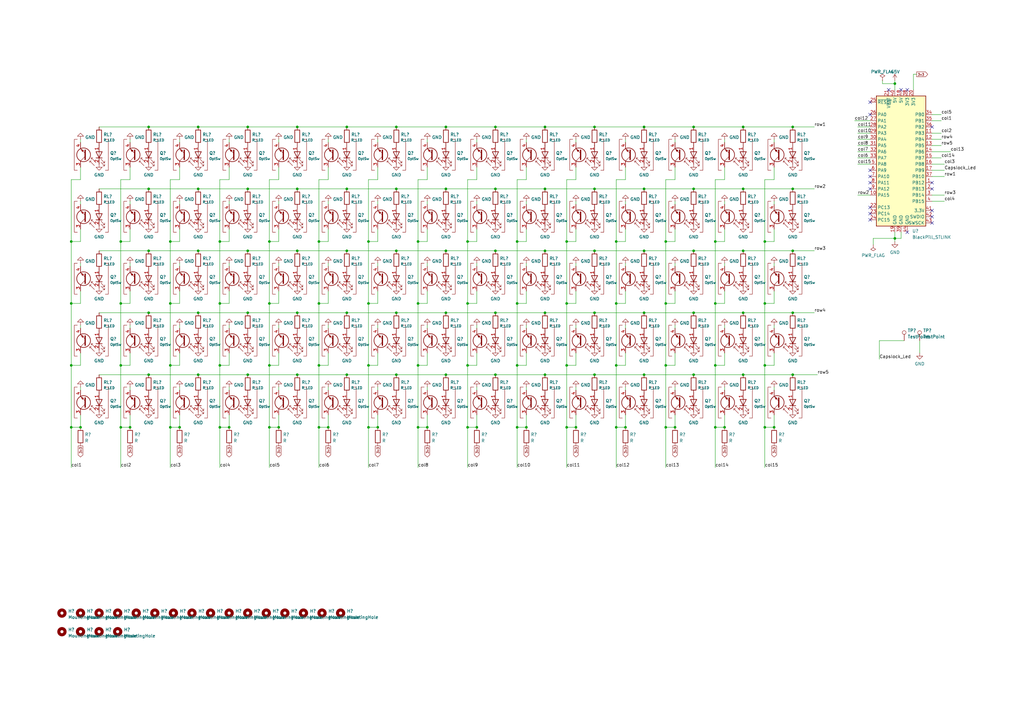
<source format=kicad_sch>
(kicad_sch (version 20211123) (generator eeschema)
  (paper "A3")
  (junction (at 121.92 128.27))
  (junction (at 162.56 153.67))
  (junction (at 182.88 128.27))
  (junction (at 223.52 52.07))
  (junction (at 33.02 175.26))
  (junction (at 93.98 175.26))
  (junction (at 243.84 153.67))
  (junction (at 154.94 175.26))
  (junction (at 325.12 77.47))
  (junction (at 203.2 52.07))
  (junction (at 29.21 124.46))
  (junction (at 49.53 99.06))
  (junction (at 142.24 77.47))
  (junction (at 60.96 102.87))
  (junction (at 203.2 77.47))
  (junction (at 151.13 175.26))
  (junction (at 252.73 99.06))
  (junction (at 81.28 102.87))
  (junction (at 73.66 175.26))
  (junction (at 273.05 175.26))
  (junction (at 273.05 124.46))
  (junction (at 232.41 99.06))
  (junction (at 313.69 99.06))
  (junction (at 264.16 153.67))
  (junction (at 264.16 102.87))
  (junction (at 191.77 99.06))
  (junction (at 60.96 128.27))
  (junction (at 252.73 124.46))
  (junction (at 90.17 149.86))
  (junction (at 49.53 175.26))
  (junction (at 151.13 149.86))
  (junction (at 142.24 52.07))
  (junction (at 101.6 128.27))
  (junction (at 236.22 175.26))
  (junction (at 223.52 153.67))
  (junction (at 232.41 149.86))
  (junction (at 90.17 99.06))
  (junction (at 293.37 149.86))
  (junction (at 284.48 77.47))
  (junction (at 130.81 99.06))
  (junction (at 304.8 128.27))
  (junction (at 90.17 124.46))
  (junction (at 195.58 175.26))
  (junction (at 49.53 124.46))
  (junction (at 203.2 153.67))
  (junction (at 243.84 128.27))
  (junction (at 29.21 175.26))
  (junction (at 182.88 52.07))
  (junction (at 90.17 175.26))
  (junction (at 243.84 77.47))
  (junction (at 110.49 175.26))
  (junction (at 171.45 149.86))
  (junction (at 182.88 77.47))
  (junction (at 171.45 124.46))
  (junction (at 304.8 52.07))
  (junction (at 313.69 149.86))
  (junction (at 232.41 124.46))
  (junction (at 60.96 52.07))
  (junction (at 101.6 77.47))
  (junction (at 81.28 153.67))
  (junction (at 313.69 124.46))
  (junction (at 223.52 128.27))
  (junction (at 367.03 34.29))
  (junction (at 212.09 175.26))
  (junction (at 203.2 102.87))
  (junction (at 223.52 102.87))
  (junction (at 284.48 128.27))
  (junction (at 182.88 153.67))
  (junction (at 29.21 99.06))
  (junction (at 191.77 175.26))
  (junction (at 203.2 128.27))
  (junction (at 53.34 175.26))
  (junction (at 212.09 99.06))
  (junction (at 121.92 52.07))
  (junction (at 212.09 124.46))
  (junction (at 81.28 52.07))
  (junction (at 171.45 175.26))
  (junction (at 121.92 102.87))
  (junction (at 317.5 175.26))
  (junction (at 151.13 99.06))
  (junction (at 264.16 77.47))
  (junction (at 121.92 77.47))
  (junction (at 69.85 124.46))
  (junction (at 256.54 175.26))
  (junction (at 162.56 77.47))
  (junction (at 130.81 175.26))
  (junction (at 297.18 175.26))
  (junction (at 232.41 175.26))
  (junction (at 293.37 124.46))
  (junction (at 325.12 128.27))
  (junction (at 273.05 149.86))
  (junction (at 142.24 153.67))
  (junction (at 212.09 149.86))
  (junction (at 49.53 149.86))
  (junction (at 162.56 102.87))
  (junction (at 130.81 149.86))
  (junction (at 273.05 99.06))
  (junction (at 243.84 102.87))
  (junction (at 243.84 52.07))
  (junction (at 101.6 102.87))
  (junction (at 69.85 149.86))
  (junction (at 162.56 52.07))
  (junction (at 191.77 124.46))
  (junction (at 191.77 149.86))
  (junction (at 130.81 124.46))
  (junction (at 223.52 77.47))
  (junction (at 60.96 153.67))
  (junction (at 29.21 149.86))
  (junction (at 101.6 52.07))
  (junction (at 367.03 97.79))
  (junction (at 60.96 77.47))
  (junction (at 171.45 99.06))
  (junction (at 252.73 149.86))
  (junction (at 110.49 149.86))
  (junction (at 325.12 52.07))
  (junction (at 284.48 153.67))
  (junction (at 142.24 102.87))
  (junction (at 264.16 128.27))
  (junction (at 293.37 175.26))
  (junction (at 134.62 175.26))
  (junction (at 114.3 175.26))
  (junction (at 175.26 175.26))
  (junction (at 101.6 153.67))
  (junction (at 69.85 99.06))
  (junction (at 215.9 175.26))
  (junction (at 110.49 124.46))
  (junction (at 110.49 99.06))
  (junction (at 293.37 99.06))
  (junction (at 325.12 102.87))
  (junction (at 304.8 77.47))
  (junction (at 151.13 124.46))
  (junction (at 304.8 102.87))
  (junction (at 325.12 153.67))
  (junction (at 81.28 128.27))
  (junction (at 121.92 153.67))
  (junction (at 264.16 52.07))
  (junction (at 313.69 175.26))
  (junction (at 252.73 175.26))
  (junction (at 284.48 52.07))
  (junction (at 276.86 175.26))
  (junction (at 182.88 102.87))
  (junction (at 304.8 153.67))
  (junction (at 284.48 102.87))
  (junction (at 162.56 128.27))
  (junction (at 142.24 128.27))
  (junction (at 69.85 175.26))
  (junction (at 81.28 77.47))
  (no_connect (at 369.57 36.83))
  (no_connect (at 356.87 87.63))
  (no_connect (at 356.87 72.39))
  (no_connect (at 356.87 85.09))
  (no_connect (at 356.87 46.99))
  (no_connect (at 356.87 90.17))
  (no_connect (at 372.11 95.25))
  (no_connect (at 382.27 77.47))
  (no_connect (at 382.27 86.36))
  (no_connect (at 382.27 52.07))
  (no_connect (at 382.27 91.44))
  (no_connect (at 356.87 74.93))
  (no_connect (at 382.27 88.9))
  (no_connect (at 356.87 77.47))
  (no_connect (at 356.87 69.85))
  (no_connect (at 372.11 36.83))
  (no_connect (at 356.87 41.91))
  (no_connect (at 382.27 74.93))
  (no_connect (at 364.49 36.83))
  (wire (pts (xy 276.86 144.78) (xy 276.86 149.86)))
  (wire (pts (xy 273.05 99.06) (xy 273.05 124.46)))
  (wire (pts (xy 273.05 124.46) (xy 273.05 149.86)))
  (wire (pts (xy 154.94 144.78) (xy 154.94 149.86)))
  (wire (pts (xy 171.45 124.46) (xy 171.45 149.86)))
  (wire (pts (xy 90.17 124.46) (xy 90.17 149.86)))
  (wire (pts (xy 171.45 99.06) (xy 171.45 124.46)))
  (wire (pts (xy 175.26 107.95) (xy 175.26 109.22)))
  (wire (pts (xy 90.17 99.06) (xy 90.17 124.46)))
  (wire (pts (xy 182.88 153.67) (xy 203.2 153.67)))
  (wire (pts (xy 297.18 119.38) (xy 297.18 124.46)))
  (wire (pts (xy 215.9 170.18) (xy 215.9 175.26)))
  (wire (pts (xy 114.3 158.75) (xy 114.3 160.02)))
  (wire (pts (xy 175.26 158.75) (xy 175.26 160.02)))
  (wire (pts (xy 195.58 170.18) (xy 195.58 175.26)))
  (wire (pts (xy 114.3 68.58) (xy 114.3 73.66)))
  (wire (pts (xy 350.52 49.53) (xy 356.87 49.53)))
  (wire (pts (xy 361.95 34.29) (xy 367.03 34.29)))
  (wire (pts (xy 33.02 107.95) (xy 33.02 109.22)))
  (wire (pts (xy 53.34 144.78) (xy 53.34 149.86)))
  (wire (pts (xy 284.48 153.67) (xy 304.8 153.67)))
  (wire (pts (xy 73.66 82.55) (xy 73.66 83.82)))
  (wire (pts (xy 154.94 175.26) (xy 151.13 175.26)))
  (wire (pts (xy 304.8 102.87) (xy 325.12 102.87)))
  (wire (pts (xy 215.9 158.75) (xy 215.9 160.02)))
  (wire (pts (xy 73.66 144.78) (xy 73.66 149.86)))
  (wire (pts (xy 90.17 175.26) (xy 90.17 191.77)))
  (wire (pts (xy 73.66 73.66) (xy 69.85 73.66)))
  (wire (pts (xy 304.8 128.27) (xy 325.12 128.27)))
  (wire (pts (xy 175.26 149.86) (xy 171.45 149.86)))
  (wire (pts (xy 114.3 170.18) (xy 114.3 175.26)))
  (wire (pts (xy 114.3 124.46) (xy 110.49 124.46)))
  (wire (pts (xy 121.92 102.87) (xy 142.24 102.87)))
  (wire (pts (xy 351.79 80.01) (xy 356.87 80.01)))
  (wire (pts (xy 195.58 119.38) (xy 195.58 124.46)))
  (wire (pts (xy 191.77 149.86) (xy 191.77 175.26)))
  (wire (pts (xy 53.34 119.38) (xy 53.34 124.46)))
  (wire (pts (xy 53.34 57.15) (xy 53.34 58.42)))
  (wire (pts (xy 236.22 99.06) (xy 232.41 99.06)))
  (wire (pts (xy 110.49 175.26) (xy 110.49 191.77)))
  (wire (pts (xy 93.98 149.86) (xy 90.17 149.86)))
  (wire (pts (xy 53.34 124.46) (xy 49.53 124.46)))
  (wire (pts (xy 29.21 99.06) (xy 29.21 124.46)))
  (wire (pts (xy 223.52 102.87) (xy 243.84 102.87)))
  (wire (pts (xy 351.79 59.69) (xy 356.87 59.69)))
  (wire (pts (xy 195.58 82.55) (xy 195.58 83.82)))
  (wire (pts (xy 195.58 144.78) (xy 195.58 149.86)))
  (wire (pts (xy 114.3 82.55) (xy 114.3 83.82)))
  (wire (pts (xy 351.79 62.23) (xy 356.87 62.23)))
  (wire (pts (xy 121.92 52.07) (xy 142.24 52.07)))
  (wire (pts (xy 114.3 99.06) (xy 110.49 99.06)))
  (wire (pts (xy 351.79 67.31) (xy 356.87 67.31)))
  (wire (pts (xy 40.64 128.27) (xy 60.96 128.27)))
  (wire (pts (xy 304.8 52.07) (xy 325.12 52.07)))
  (wire (pts (xy 386.08 64.77) (xy 382.27 64.77)))
  (wire (pts (xy 317.5 93.98) (xy 317.5 99.06)))
  (wire (pts (xy 351.79 57.15) (xy 356.87 57.15)))
  (wire (pts (xy 317.5 119.38) (xy 317.5 124.46)))
  (wire (pts (xy 293.37 73.66) (xy 293.37 99.06)))
  (wire (pts (xy 93.98 124.46) (xy 90.17 124.46)))
  (wire (pts (xy 256.54 133.35) (xy 256.54 134.62)))
  (wire (pts (xy 297.18 170.18) (xy 297.18 175.26)))
  (wire (pts (xy 317.5 158.75) (xy 317.5 160.02)))
  (wire (pts (xy 53.34 149.86) (xy 49.53 149.86)))
  (wire (pts (xy 29.21 149.86) (xy 29.21 175.26)))
  (wire (pts (xy 93.98 119.38) (xy 93.98 124.46)))
  (wire (pts (xy 317.5 99.06) (xy 313.69 99.06)))
  (wire (pts (xy 215.9 124.46) (xy 212.09 124.46)))
  (wire (pts (xy 175.26 99.06) (xy 171.45 99.06)))
  (wire (pts (xy 313.69 175.26) (xy 313.69 191.77)))
  (wire (pts (xy 195.58 149.86) (xy 191.77 149.86)))
  (wire (pts (xy 215.9 99.06) (xy 212.09 99.06)))
  (wire (pts (xy 154.94 57.15) (xy 154.94 58.42)))
  (wire (pts (xy 151.13 124.46) (xy 151.13 149.86)))
  (wire (pts (xy 134.62 158.75) (xy 134.62 160.02)))
  (wire (pts (xy 313.69 99.06) (xy 313.69 124.46)))
  (wire (pts (xy 175.26 144.78) (xy 175.26 149.86)))
  (wire (pts (xy 151.13 73.66) (xy 151.13 99.06)))
  (wire (pts (xy 215.9 133.35) (xy 215.9 134.62)))
  (wire (pts (xy 317.5 57.15) (xy 317.5 58.42)))
  (wire (pts (xy 73.66 170.18) (xy 73.66 175.26)))
  (wire (pts (xy 232.41 149.86) (xy 232.41 175.26)))
  (wire (pts (xy 29.21 175.26) (xy 29.21 191.77)))
  (wire (pts (xy 73.66 175.26) (xy 69.85 175.26)))
  (wire (pts (xy 162.56 128.27) (xy 182.88 128.27)))
  (wire (pts (xy 276.86 158.75) (xy 276.86 160.02)))
  (wire (pts (xy 382.27 69.85) (xy 387.35 69.85)))
  (wire (pts (xy 317.5 133.35) (xy 317.5 134.62)))
  (wire (pts (xy 203.2 52.07) (xy 223.52 52.07)))
  (wire (pts (xy 114.3 107.95) (xy 114.3 109.22)))
  (wire (pts (xy 154.94 68.58) (xy 154.94 73.66)))
  (wire (pts (xy 73.66 93.98) (xy 73.66 99.06)))
  (wire (pts (xy 273.05 73.66) (xy 273.05 99.06)))
  (wire (pts (xy 297.18 73.66) (xy 293.37 73.66)))
  (wire (pts (xy 256.54 73.66) (xy 252.73 73.66)))
  (wire (pts (xy 243.84 77.47) (xy 264.16 77.47)))
  (wire (pts (xy 73.66 99.06) (xy 69.85 99.06)))
  (wire (pts (xy 297.18 133.35) (xy 297.18 134.62)))
  (wire (pts (xy 276.86 99.06) (xy 273.05 99.06)))
  (wire (pts (xy 232.41 175.26) (xy 232.41 191.77)))
  (wire (pts (xy 110.49 149.86) (xy 110.49 175.26)))
  (wire (pts (xy 33.02 158.75) (xy 33.02 160.02)))
  (wire (pts (xy 73.66 158.75) (xy 73.66 160.02)))
  (wire (pts (xy 276.86 170.18) (xy 276.86 175.26)))
  (wire (pts (xy 53.34 175.26) (xy 49.53 175.26)))
  (wire (pts (xy 377.19 139.7) (xy 377.19 144.78)))
  (wire (pts (xy 114.3 93.98) (xy 114.3 99.06)))
  (wire (pts (xy 317.5 144.78) (xy 317.5 149.86)))
  (wire (pts (xy 374.65 30.48) (xy 375.92 30.48)))
  (wire (pts (xy 256.54 144.78) (xy 256.54 149.86)))
  (wire (pts (xy 33.02 93.98) (xy 33.02 99.06)))
  (wire (pts (xy 81.28 77.47) (xy 101.6 77.47)))
  (wire (pts (xy 53.34 73.66) (xy 49.53 73.66)))
  (wire (pts (xy 236.22 124.46) (xy 232.41 124.46)))
  (wire (pts (xy 236.22 158.75) (xy 236.22 160.02)))
  (wire (pts (xy 360.68 147.32) (xy 360.68 139.7)))
  (wire (pts (xy 114.3 119.38) (xy 114.3 124.46)))
  (wire (pts (xy 114.3 73.66) (xy 110.49 73.66)))
  (wire (pts (xy 33.02 124.46) (xy 29.21 124.46)))
  (wire (pts (xy 93.98 107.95) (xy 93.98 109.22)))
  (wire (pts (xy 33.02 144.78) (xy 33.02 149.86)))
  (wire (pts (xy 130.81 73.66) (xy 130.81 99.06)))
  (wire (pts (xy 101.6 153.67) (xy 121.92 153.67)))
  (wire (pts (xy 114.3 133.35) (xy 114.3 134.62)))
  (wire (pts (xy 297.18 175.26) (xy 293.37 175.26)))
  (wire (pts (xy 297.18 158.75) (xy 297.18 160.02)))
  (wire (pts (xy 317.5 73.66) (xy 313.69 73.66)))
  (wire (pts (xy 297.18 57.15) (xy 297.18 58.42)))
  (wire (pts (xy 236.22 68.58) (xy 236.22 73.66)))
  (wire (pts (xy 93.98 158.75) (xy 93.98 160.02)))
  (wire (pts (xy 130.81 175.26) (xy 130.81 191.77)))
  (wire (pts (xy 195.58 93.98) (xy 195.58 99.06)))
  (wire (pts (xy 162.56 102.87) (xy 182.88 102.87)))
  (wire (pts (xy 236.22 57.15) (xy 236.22 58.42)))
  (wire (pts (xy 49.53 124.46) (xy 49.53 149.86)))
  (wire (pts (xy 154.94 170.18) (xy 154.94 175.26)))
  (wire (pts (xy 276.86 119.38) (xy 276.86 124.46)))
  (wire (pts (xy 252.73 149.86) (xy 252.73 175.26)))
  (wire (pts (xy 317.5 124.46) (xy 313.69 124.46)))
  (wire (pts (xy 142.24 102.87) (xy 162.56 102.87)))
  (wire (pts (xy 297.18 144.78) (xy 297.18 149.86)))
  (wire (pts (xy 276.86 107.95) (xy 276.86 109.22)))
  (wire (pts (xy 171.45 175.26) (xy 171.45 191.77)))
  (wire (pts (xy 53.34 68.58) (xy 53.34 73.66)))
  (wire (pts (xy 33.02 175.26) (xy 29.21 175.26)))
  (wire (pts (xy 212.09 149.86) (xy 212.09 175.26)))
  (wire (pts (xy 93.98 57.15) (xy 93.98 58.42)))
  (wire (pts (xy 53.34 82.55) (xy 53.34 83.82)))
  (wire (pts (xy 33.02 57.15) (xy 33.02 58.42)))
  (wire (pts (xy 93.98 99.06) (xy 90.17 99.06)))
  (wire (pts (xy 195.58 73.66) (xy 191.77 73.66)))
  (wire (pts (xy 33.02 73.66) (xy 29.21 73.66)))
  (wire (pts (xy 236.22 82.55) (xy 236.22 83.82)))
  (wire (pts (xy 134.62 170.18) (xy 134.62 175.26)))
  (wire (pts (xy 313.69 73.66) (xy 313.69 99.06)))
  (wire (pts (xy 276.86 149.86) (xy 273.05 149.86)))
  (wire (pts (xy 182.88 102.87) (xy 203.2 102.87)))
  (wire (pts (xy 351.79 64.77) (xy 356.87 64.77)))
  (wire (pts (xy 252.73 73.66) (xy 252.73 99.06)))
  (wire (pts (xy 93.98 82.55) (xy 93.98 83.82)))
  (wire (pts (xy 134.62 144.78) (xy 134.62 149.86)))
  (wire (pts (xy 382.27 54.61) (xy 386.08 54.61)))
  (wire (pts (xy 317.5 68.58) (xy 317.5 73.66)))
  (wire (pts (xy 154.94 158.75) (xy 154.94 160.02)))
  (wire (pts (xy 154.94 73.66) (xy 151.13 73.66)))
  (wire (pts (xy 223.52 77.47) (xy 243.84 77.47)))
  (wire (pts (xy 276.86 133.35) (xy 276.86 134.62)))
  (wire (pts (xy 69.85 73.66) (xy 69.85 99.06)))
  (wire (pts (xy 325.12 102.87) (xy 334.01 102.87)))
  (wire (pts (xy 40.64 153.67) (xy 60.96 153.67)))
  (wire (pts (xy 382.27 57.15) (xy 386.08 57.15)))
  (wire (pts (xy 49.53 73.66) (xy 49.53 99.06)))
  (wire (pts (xy 93.98 93.98) (xy 93.98 99.06)))
  (wire (pts (xy 114.3 149.86) (xy 110.49 149.86)))
  (wire (pts (xy 49.53 99.06) (xy 49.53 124.46)))
  (wire (pts (xy 40.64 102.87) (xy 60.96 102.87)))
  (wire (pts (xy 297.18 124.46) (xy 293.37 124.46)))
  (wire (pts (xy 276.86 57.15) (xy 276.86 58.42)))
  (wire (pts (xy 69.85 175.26) (xy 69.85 191.77)))
  (wire (pts (xy 236.22 73.66) (xy 232.41 73.66)))
  (wire (pts (xy 382.27 49.53) (xy 386.08 49.53)))
  (wire (pts (xy 182.88 128.27) (xy 203.2 128.27)))
  (wire (pts (xy 134.62 149.86) (xy 130.81 149.86)))
  (wire (pts (xy 162.56 153.67) (xy 182.88 153.67)))
  (wire (pts (xy 162.56 77.47) (xy 182.88 77.47)))
  (wire (pts (xy 114.3 175.26) (xy 110.49 175.26)))
  (wire (pts (xy 69.85 124.46) (xy 69.85 149.86)))
  (wire (pts (xy 134.62 57.15) (xy 134.62 58.42)))
  (wire (pts (xy 256.54 124.46) (xy 252.73 124.46)))
  (wire (pts (xy 358.14 100.33) (xy 358.14 97.79)))
  (wire (pts (xy 33.02 82.55) (xy 33.02 83.82)))
  (wire (pts (xy 325.12 128.27) (xy 334.01 128.27)))
  (wire (pts (xy 284.48 128.27) (xy 304.8 128.27)))
  (wire (pts (xy 297.18 149.86) (xy 293.37 149.86)))
  (wire (pts (xy 236.22 170.18) (xy 236.22 175.26)))
  (wire (pts (xy 382.27 62.23) (xy 389.89 62.23)))
  (wire (pts (xy 191.77 73.66) (xy 191.77 99.06)))
  (wire (pts (xy 81.28 128.27) (xy 101.6 128.27)))
  (wire (pts (xy 81.28 52.07) (xy 101.6 52.07)))
  (wire (pts (xy 236.22 175.26) (xy 232.41 175.26)))
  (wire (pts (xy 93.98 144.78) (xy 93.98 149.86)))
  (wire (pts (xy 134.62 82.55) (xy 134.62 83.82)))
  (wire (pts (xy 121.92 128.27) (xy 142.24 128.27)))
  (wire (pts (xy 293.37 149.86) (xy 293.37 175.26)))
  (wire (pts (xy 317.5 149.86) (xy 313.69 149.86)))
  (wire (pts (xy 33.02 170.18) (xy 33.02 175.26)))
  (wire (pts (xy 293.37 124.46) (xy 293.37 149.86)))
  (wire (pts (xy 215.9 57.15) (xy 215.9 58.42)))
  (wire (pts (xy 297.18 93.98) (xy 297.18 99.06)))
  (wire (pts (xy 276.86 82.55) (xy 276.86 83.82)))
  (wire (pts (xy 73.66 133.35) (xy 73.66 134.62)))
  (wire (pts (xy 256.54 82.55) (xy 256.54 83.82)))
  (wire (pts (xy 134.62 124.46) (xy 130.81 124.46)))
  (wire (pts (xy 49.53 149.86) (xy 49.53 175.26)))
  (wire (pts (xy 276.86 124.46) (xy 273.05 124.46)))
  (wire (pts (xy 195.58 107.95) (xy 195.58 109.22)))
  (wire (pts (xy 374.65 36.83) (xy 374.65 30.48)))
  (wire (pts (xy 151.13 175.26) (xy 151.13 191.77)))
  (wire (pts (xy 264.16 52.07) (xy 284.48 52.07)))
  (wire (pts (xy 154.94 119.38) (xy 154.94 124.46)))
  (wire (pts (xy 134.62 68.58) (xy 134.62 73.66)))
  (wire (pts (xy 369.57 95.25) (xy 369.57 97.79)))
  (wire (pts (xy 134.62 175.26) (xy 130.81 175.26)))
  (wire (pts (xy 351.79 52.07) (xy 356.87 52.07)))
  (wire (pts (xy 243.84 52.07) (xy 264.16 52.07)))
  (wire (pts (xy 33.02 133.35) (xy 33.02 134.62)))
  (wire (pts (xy 203.2 77.47) (xy 223.52 77.47)))
  (wire (pts (xy 243.84 153.67) (xy 264.16 153.67)))
  (wire (pts (xy 175.26 57.15) (xy 175.26 58.42)))
  (wire (pts (xy 175.26 119.38) (xy 175.26 124.46)))
  (wire (pts (xy 212.09 99.06) (xy 212.09 124.46)))
  (wire (pts (xy 382.27 46.99) (xy 386.08 46.99)))
  (wire (pts (xy 171.45 149.86) (xy 171.45 175.26)))
  (wire (pts (xy 175.26 73.66) (xy 171.45 73.66)))
  (wire (pts (xy 154.94 93.98) (xy 154.94 99.06)))
  (wire (pts (xy 297.18 99.06) (xy 293.37 99.06)))
  (wire (pts (xy 195.58 175.26) (xy 191.77 175.26)))
  (wire (pts (xy 110.49 99.06) (xy 110.49 124.46)))
  (wire (pts (xy 223.52 52.07) (xy 243.84 52.07)))
  (wire (pts (xy 33.02 68.58) (xy 33.02 73.66)))
  (wire (pts (xy 293.37 175.26) (xy 293.37 191.77)))
  (wire (pts (xy 382.27 67.31) (xy 387.35 67.31)))
  (wire (pts (xy 142.24 77.47) (xy 162.56 77.47)))
  (wire (pts (xy 33.02 99.06) (xy 29.21 99.06)))
  (wire (pts (xy 121.92 77.47) (xy 142.24 77.47)))
  (wire (pts (xy 236.22 93.98) (xy 236.22 99.06)))
  (wire (pts (xy 361.95 33.02) (xy 361.95 34.29)))
  (wire (pts (xy 53.34 93.98) (xy 53.34 99.06)))
  (wire (pts (xy 215.9 107.95) (xy 215.9 109.22)))
  (wire (pts (xy 252.73 99.06) (xy 252.73 124.46)))
  (wire (pts (xy 134.62 107.95) (xy 134.62 109.22)))
  (wire (pts (xy 93.98 175.26) (xy 90.17 175.26)))
  (wire (pts (xy 53.34 133.35) (xy 53.34 134.62)))
  (wire (pts (xy 256.54 175.26) (xy 252.73 175.26)))
  (wire (pts (xy 243.84 128.27) (xy 264.16 128.27)))
  (wire (pts (xy 203.2 102.87) (xy 223.52 102.87)))
  (wire (pts (xy 151.13 99.06) (xy 151.13 124.46)))
  (wire (pts (xy 142.24 52.07) (xy 162.56 52.07)))
  (wire (pts (xy 142.24 128.27) (xy 162.56 128.27)))
  (wire (pts (xy 175.26 124.46) (xy 171.45 124.46)))
  (wire (pts (xy 232.41 99.06) (xy 232.41 124.46)))
  (wire (pts (xy 93.98 68.58) (xy 93.98 73.66)))
  (wire (pts (xy 130.81 149.86) (xy 130.81 175.26)))
  (wire (pts (xy 215.9 93.98) (xy 215.9 99.06)))
  (wire (pts (xy 60.96 52.07) (xy 81.28 52.07)))
  (wire (pts (xy 29.21 124.46) (xy 29.21 149.86)))
  (wire (pts (xy 154.94 82.55) (xy 154.94 83.82)))
  (wire (pts (xy 256.54 107.95) (xy 256.54 109.22)))
  (wire (pts (xy 93.98 133.35) (xy 93.98 134.62)))
  (wire (pts (xy 60.96 153.67) (xy 81.28 153.67)))
  (wire (pts (xy 203.2 128.27) (xy 223.52 128.27)))
  (wire (pts (xy 93.98 170.18) (xy 93.98 175.26)))
  (wire (pts (xy 175.26 170.18) (xy 175.26 175.26)))
  (wire (pts (xy 212.09 73.66) (xy 212.09 99.06)))
  (wire (pts (xy 29.21 73.66) (xy 29.21 99.06)))
  (wire (pts (xy 69.85 99.06) (xy 69.85 124.46)))
  (wire (pts (xy 175.26 133.35) (xy 175.26 134.62)))
  (wire (pts (xy 175.26 82.55) (xy 175.26 83.82)))
  (wire (pts (xy 154.94 99.06) (xy 151.13 99.06)))
  (wire (pts (xy 313.69 124.46) (xy 313.69 149.86)))
  (wire (pts (xy 215.9 149.86) (xy 212.09 149.86)))
  (wire (pts (xy 256.54 149.86) (xy 252.73 149.86)))
  (wire (pts (xy 223.52 128.27) (xy 243.84 128.27)))
  (wire (pts (xy 151.13 149.86) (xy 151.13 175.26)))
  (wire (pts (xy 367.03 33.02) (xy 367.03 34.29)))
  (wire (pts (xy 382.27 82.55) (xy 387.35 82.55)))
  (wire (pts (xy 121.92 153.67) (xy 142.24 153.67)))
  (wire (pts (xy 215.9 175.26) (xy 212.09 175.26)))
  (wire (pts (xy 81.28 102.87) (xy 101.6 102.87)))
  (wire (pts (xy 215.9 68.58) (xy 215.9 73.66)))
  (wire (pts (xy 236.22 119.38) (xy 236.22 124.46)))
  (wire (pts (xy 73.66 57.15) (xy 73.66 58.42)))
  (wire (pts (xy 304.8 153.67) (xy 325.12 153.67)))
  (wire (pts (xy 256.54 170.18) (xy 256.54 175.26)))
  (wire (pts (xy 325.12 52.07) (xy 334.01 52.07)))
  (wire (pts (xy 236.22 144.78) (xy 236.22 149.86)))
  (wire (pts (xy 73.66 124.46) (xy 69.85 124.46)))
  (wire (pts (xy 273.05 175.26) (xy 276.86 175.26)))
  (wire (pts (xy 256.54 57.15) (xy 256.54 58.42)))
  (wire (pts (xy 317.5 175.26) (xy 313.69 175.26)))
  (wire (pts (xy 33.02 119.38) (xy 33.02 124.46)))
  (wire (pts (xy 110.49 124.46) (xy 110.49 149.86)))
  (wire (pts (xy 284.48 52.07) (xy 304.8 52.07)))
  (wire (pts (xy 264.16 77.47) (xy 284.48 77.47)))
  (wire (pts (xy 252.73 124.46) (xy 252.73 149.86)))
  (wire (pts (xy 304.8 77.47) (xy 325.12 77.47)))
  (wire (pts (xy 134.62 119.38) (xy 134.62 124.46)))
  (wire (pts (xy 273.05 191.77) (xy 273.05 175.26)))
  (wire (pts (xy 382.27 80.01) (xy 387.35 80.01)))
  (wire (pts (xy 154.94 124.46) (xy 151.13 124.46)))
  (wire (pts (xy 276.86 68.58) (xy 276.86 73.66)))
  (wire (pts (xy 313.69 149.86) (xy 313.69 175.26)))
  (wire (pts (xy 215.9 144.78) (xy 215.9 149.86)))
  (wire (pts (xy 284.48 102.87) (xy 304.8 102.87)))
  (wire (pts (xy 203.2 153.67) (xy 223.52 153.67)))
  (wire (pts (xy 252.73 175.26) (xy 252.73 191.77)))
  (wire (pts (xy 154.94 149.86) (xy 151.13 149.86)))
  (wire (pts (xy 256.54 93.98) (xy 256.54 99.06)))
  (wire (pts (xy 367.03 34.29) (xy 367.03 36.83)))
  (wire (pts (xy 69.85 149.86) (xy 69.85 175.26)))
  (wire (pts (xy 293.37 99.06) (xy 293.37 124.46)))
  (wire (pts (xy 60.96 102.87) (xy 81.28 102.87)))
  (wire (pts (xy 264.16 128.27) (xy 284.48 128.27)))
  (wire (pts (xy 162.56 52.07) (xy 182.88 52.07)))
  (wire (pts (xy 134.62 73.66) (xy 130.81 73.66)))
  (wire (pts (xy 273.05 149.86) (xy 273.05 175.26)))
  (wire (pts (xy 382.27 59.69) (xy 386.08 59.69)))
  (wire (pts (xy 382.27 72.39) (xy 387.35 72.39)))
  (wire (pts (xy 317.5 170.18) (xy 317.5 175.26)))
  (wire (pts (xy 40.64 52.07) (xy 60.96 52.07)))
  (wire (pts (xy 73.66 107.95) (xy 73.66 109.22)))
  (wire (pts (xy 232.41 124.46) (xy 232.41 149.86)))
  (wire (pts (xy 317.5 107.95) (xy 317.5 109.22)))
  (wire (pts (xy 53.34 170.18) (xy 53.34 175.26)))
  (wire (pts (xy 171.45 73.66) (xy 171.45 99.06)))
  (wire (pts (xy 101.6 77.47) (xy 121.92 77.47)))
  (wire (pts (xy 256.54 158.75) (xy 256.54 160.02)))
  (wire (pts (xy 60.96 128.27) (xy 81.28 128.27)))
  (wire (pts (xy 134.62 133.35) (xy 134.62 134.62)))
  (wire (pts (xy 256.54 99.06) (xy 252.73 99.06)))
  (wire (pts (xy 236.22 149.86) (xy 232.41 149.86)))
  (wire (pts (xy 175.26 93.98) (xy 175.26 99.06)))
  (wire (pts (xy 182.88 77.47) (xy 203.2 77.47)))
  (wire (pts (xy 256.54 119.38) (xy 256.54 124.46)))
  (wire (pts (xy 195.58 133.35) (xy 195.58 134.62)))
  (wire (pts (xy 101.6 128.27) (xy 121.92 128.27)))
  (wire (pts (xy 73.66 68.58) (xy 73.66 73.66)))
  (wire (pts (xy 90.17 73.66) (xy 90.17 99.06)))
  (wire (pts (xy 130.81 124.46) (xy 130.81 149.86)))
  (wire (pts (xy 297.18 68.58) (xy 297.18 73.66)))
  (wire (pts (xy 101.6 102.87) (xy 121.92 102.87)))
  (wire (pts (xy 73.66 149.86) (xy 69.85 149.86)))
  (wire (pts (xy 195.58 124.46) (xy 191.77 124.46)))
  (wire (pts (xy 297.18 82.55) (xy 297.18 83.82)))
  (wire (pts (xy 110.49 73.66) (xy 110.49 99.06)))
  (wire (pts (xy 53.34 158.75) (xy 53.34 160.02)))
  (wire (pts (xy 195.58 68.58) (xy 195.58 73.66)))
  (wire (pts (xy 367.03 97.79) (xy 367.03 99.06)))
  (wire (pts (xy 101.6 52.07) (xy 121.92 52.07)))
  (wire (pts (xy 215.9 82.55) (xy 215.9 83.82)))
  (wire (pts (xy 191.77 124.46) (xy 191.77 149.86)))
  (wire (pts (xy 325.12 153.67) (xy 335.28 153.67)))
  (wire (pts (xy 369.57 97.79) (xy 367.03 97.79)))
  (wire (pts (xy 236.22 107.95) (xy 236.22 109.22)))
  (wire (pts (xy 114.3 57.15) (xy 114.3 58.42)))
  (wire (pts (xy 284.48 77.47) (xy 304.8 77.47)))
  (wire (pts (xy 358.14 97.79) (xy 367.03 97.79)))
  (wire (pts (xy 175.26 68.58) (xy 175.26 73.66)))
  (wire (pts (xy 297.18 107.95) (xy 297.18 109.22)))
  (wire (pts (xy 195.58 57.15) (xy 195.58 58.42)))
  (wire (pts (xy 325.12 77.47) (xy 334.01 77.47)))
  (wire (pts (xy 130.81 99.06) (xy 130.81 124.46)))
  (wire (pts (xy 40.64 77.47) (xy 60.96 77.47)))
  (wire (pts (xy 60.96 77.47) (xy 81.28 77.47)))
  (wire (pts (xy 90.17 149.86) (xy 90.17 175.26)))
  (wire (pts (xy 351.79 54.61) (xy 356.87 54.61)))
  (wire (pts (xy 232.41 73.66) (xy 232.41 99.06)))
  (wire (pts (xy 134.62 93.98) (xy 134.62 99.06)))
  (wire (pts (xy 81.28 153.67) (xy 101.6 153.67)))
  (wire (pts (xy 276.86 73.66) (xy 273.05 73.66)))
  (wire (pts (xy 175.26 175.26) (xy 171.45 175.26)))
  (wire (pts (xy 182.88 52.07) (xy 203.2 52.07)))
  (wire (pts (xy 49.53 175.26) (xy 49.53 191.77)))
  (wire (pts (xy 256.54 68.58) (xy 256.54 73.66)))
  (wire (pts (xy 53.34 107.95) (xy 53.34 109.22)))
  (wire (pts (xy 236.22 133.35) (xy 236.22 134.62)))
  (wire (pts (xy 243.84 102.87) (xy 264.16 102.87)))
  (wire (pts (xy 191.77 175.26) (xy 191.77 191.77)))
  (wire (pts (xy 215.9 73.66) (xy 212.09 73.66)))
  (wire (pts (xy 93.98 73.66) (xy 90.17 73.66)))
  (wire (pts (xy 367.03 95.25) (xy 367.03 97.79)))
  (wire (pts (xy 212.09 124.46) (xy 212.09 149.86)))
  (wire (pts (xy 33.02 149.86) (xy 29.21 149.86)))
  (wire (pts (xy 154.94 133.35) (xy 154.94 134.62)))
  (wire (pts (xy 114.3 144.78) (xy 114.3 149.86)))
  (wire (pts (xy 223.52 153.67) (xy 243.84 153.67)))
  (wire (pts (xy 195.58 99.06) (xy 191.77 99.06)))
  (wire (pts (xy 195.58 158.75) (xy 195.58 160.02)))
  (wire (pts (xy 317.5 82.55) (xy 317.5 83.82)))
  (wire (pts (xy 191.77 99.06) (xy 191.77 124.46)))
  (wire (pts (xy 53.34 99.06) (xy 49.53 99.06)))
  (wire (pts (xy 134.62 99.06) (xy 130.81 99.06)))
  (wire (pts (xy 276.86 93.98) (xy 276.86 99.06)))
  (wire (pts (xy 154.94 107.95) (xy 154.94 109.22)))
  (wire (pts (xy 264.16 102.87) (xy 284.48 102.87)))
  (wire (pts (xy 264.16 153.67) (xy 284.48 153.67)))
  (wire (pts (xy 142.24 153.67) (xy 162.56 153.67)))
  (wire (pts (xy 215.9 119.38) (xy 215.9 124.46)))
  (wire (pts (xy 360.68 139.7) (xy 370.84 139.7)))
  (wire (pts (xy 73.66 119.38) (xy 73.66 124.46)))
  (wire (pts (xy 212.09 175.26) (xy 212.09 191.77)))
  (label "Capslock_Led" (at 360.68 147.32 0))
  (label "col11" (at 351.79 52.07 0))
  (label "row1" (at 334.01 52.07 0))
  (label "row3" (at 334.01 102.87 0))
  (label "col7" (at 351.79 62.23 0))
  (label "col5" (at 110.49 191.77 0))
  (label "col13" (at 389.89 62.23 0))
  (label "col9" (at 191.77 191.77 0))
  (label "col4" (at 90.17 191.77 0))
  (label "col7" (at 151.13 191.77 0))
  (label "row1" (at 387.35 72.39 0))
  (label "col5" (at 386.08 46.99 0))
  (label "col3" (at 387.35 67.31 0))
  (label "col10" (at 351.79 54.61 0))
  (label "Capslock_Led" (at 387.35 69.85 0))
  (label "col6" (at 130.81 191.77 0))
  (label "col13" (at 273.05 191.77 0))
  (label "row4" (at 334.01 128.27 0))
  (label "col4" (at 387.35 82.55 0))
  (label "row4" (at 386.08 57.15 0))
  (label "col12" (at 252.73 191.77 0))
  (label "col14" (at 386.08 64.77 0))
  (label "col15" (at 313.69 191.77 0))
  (label "row5" (at 335.28 153.67 0))
  (label "col14" (at 293.37 191.77 0))
  (label "row3" (at 387.35 80.01 0))
  (label "col2" (at 49.53 191.77 0))
  (label "col1" (at 386.08 49.53 0))
  (label "col1" (at 29.21 191.77 0))
  (label "row2" (at 334.01 77.47 0))
  (label "col8" (at 351.79 59.69 0))
  (label "col12" (at 350.52 49.53 0))
  (label "row2" (at 351.79 80.01 0))
  (label "col6" (at 351.79 64.77 0))
  (label "col3" (at 69.85 191.77 0))
  (label "col8" (at 171.45 191.77 0))
  (label "col10" (at 212.09 191.77 0))
  (label "row5" (at 386.08 59.69 0))
  (label "col11" (at 232.41 191.77 0))
  (label "col9" (at 351.79 57.15 0))
  (label "col2" (at 386.08 54.61 0))
  (label "col15" (at 351.79 67.31 0))
  (global_label "3v3" (shape output) (at 276.86 182.88 270) (effects (font (size 1 1))) (property "Intersheet References" "${INTERSHEET_REFS}" (effects hide)))
  (global_label "3v3" (shape output) (at 317.5 182.88 270) (effects (font (size 1 1))) (property "Intersheet References" "${INTERSHEET_REFS}" (effects hide)))
  (global_label "3v3" (shape output) (at 114.3 182.88 270) (effects (font (size 1 1))) (property "Intersheet References" "${INTERSHEET_REFS}" (effects hide)))
  (global_label "3v3" (shape output) (at 375.92 30.48 0) (effects (font (size 1 1))) (property "Intersheet References" "${INTERSHEET_REFS}" (effects hide)))
  (global_label "3v3" (shape output) (at 215.9 182.88 270) (effects (font (size 1 1))) (property "Intersheet References" "${INTERSHEET_REFS}" (effects hide)))
  (global_label "3v3" (shape output) (at 195.58 182.88 270) (effects (font (size 1 1))) (property "Intersheet References" "${INTERSHEET_REFS}" (effects hide)))
  (global_label "3v3" (shape output) (at 297.18 182.88 270) (effects (font (size 1 1))) (property "Intersheet References" "${INTERSHEET_REFS}" (effects hide)))
  (global_label "3v3" (shape output) (at 53.34 182.88 270) (effects (font (size 1 1))) (property "Intersheet References" "${INTERSHEET_REFS}" (effects hide)))
  (global_label "3v3" (shape output) (at 236.22 182.88 270) (effects (font (size 1 1))) (property "Intersheet References" "${INTERSHEET_REFS}" (effects hide)))
  (global_label "3v3" (shape output) (at 134.62 182.88 270) (effects (font (size 1 1))) (property "Intersheet References" "${INTERSHEET_REFS}" (effects hide)))
  (global_label "3v3" (shape output) (at 73.66 182.88 270) (effects (font (size 1 1))) (property "Intersheet References" "${INTERSHEET_REFS}" (effects hide)))
  (global_label "3v3" (shape output) (at 154.94 182.88 270) (effects (font (size 1 1))) (property "Intersheet References" "${INTERSHEET_REFS}" (effects hide)))
  (global_label "3v3" (shape output) (at 33.02 182.88 270) (effects (font (size 1 1))) (property "Intersheet References" "${INTERSHEET_REFS}" (effects hide)))
  (global_label "3v3" (shape output) (at 175.26 182.88 270) (effects (font (size 1 1))) (property "Intersheet References" "${INTERSHEET_REFS}" (effects hide)))
  (global_label "3v3" (shape output) (at 256.54 182.88 270) (effects (font (size 1 1))) (property "Intersheet References" "${INTERSHEET_REFS}" (effects hide)))
  (global_label "3v3" (shape output) (at 93.98 182.88 270) (effects (font (size 1 1))) (property "Intersheet References" "${INTERSHEET_REFS}" (effects hide)))
  (symbol (lib_id "MySymbols:R_LED") (at 142.24 157.48 0) (unit 1)
    (property "Reference" "RL?" (at 144.018 156.7957 0) (effects (justify left)))
    (property "Value" "R_LED" (at 144.018 159.09 0) (effects (font (size 1 1)) (justify left)))
    (property "JLC" "0603-1608" (effects hide))
    (property "LCSC" "C4190" (effects hide))
  )
  (symbol (lib_id "MySymbols:R_LED") (at 142.24 106.68 0) (unit 1)
    (property "Reference" "RL?" (at 144.018 105.9957 0) (effects (justify left)))
    (property "Value" "R_LED" (at 144.018 108.29 0) (effects (font (size 1 1)) (justify left)))
    (property "JLC" "0603-1608" (effects hide))
    (property "LCSC" "C4190" (effects hide))
  )
  (symbol (lib_id "MySymbols:R_LED") (at 101.6 106.68 0) (unit 1)
    (property "Reference" "RL?" (at 103.378 105.9957 0) (effects (justify left)))
    (property "Value" "R_LED" (at 103.378 108.29 0) (effects (font (size 1 1)) (justify left)))
    (property "JLC" "0603-1608" (effects hide))
    (property "LCSC" "C4190" (effects hide))
  )
  (symbol (lib_id "power:GND") (at 162.56 67.31 0) (unit 1)
    (property "Reference" "#PWR?" (effects hide))
    (property "Value" "GND" (at 162.56 71.7534 0))
  )
  (symbol (lib_id "MySymbols:R_LED") (at 81.28 55.88 0) (unit 1)
    (property "Reference" "RL?" (at 83.058 55.1957 0) (effects (justify left)))
    (property "Value" "R_LED" (at 83.058 57.49 0) (effects (font (size 1 1)) (justify left)))
    (property "JLC" "0603-1608" (effects hide))
    (property "LCSC" "C4190" (effects hide))
  )
  (symbol (lib_id "MySymbols:R_LED") (at 243.84 81.28 0) (unit 1)
    (property "Reference" "RL?" (at 245.618 80.5957 0) (effects (justify left)))
    (property "Value" "R_LED" (at 245.618 82.89 0) (effects (font (size 1 1)) (justify left)))
    (property "JLC" "0603-1608" (effects hide))
    (property "LCSC" "C4190" (effects hide))
  )
  (symbol (lib_id "Device:R") (at 215.9 179.07 0) (unit 1)
    (property "Reference" "R?" (at 217.678 178.2353 0) (effects (justify left)))
    (property "Value" "R" (at 217.678 180.7722 0) (effects (justify left)))
  )
  (symbol (lib_id "power:GND") (at 81.28 67.31 0) (unit 1)
    (property "Reference" "#PWR?" (effects hide))
    (property "Value" "GND" (at 81.28 71.7534 0))
  )
  (symbol (lib_id "MySymbols:OptSw") (at 215.9 63.5 0) (unit 1)
    (property "Reference" "Q?" (at 228.0412 62.8157 0) (effects (justify left)))
    (property "Value" "OptSw" (at 228.0412 65.11 0) (effects (font (size 1 1)) (justify left)))
  )
  (symbol (lib_id "MySymbols:R_LED") (at 284.48 106.68 0) (unit 1)
    (property "Reference" "RL?" (at 286.258 105.9957 0) (effects (justify left)))
    (property "Value" "R_LED" (at 286.258 108.29 0) (effects (font (size 1 1)) (justify left)))
    (property "JLC" "0603-1608" (effects hide))
    (property "LCSC" "C4190" (effects hide))
  )
  (symbol (lib_id "power:GND") (at 317.5 107.95 180) (unit 1)
    (property "Reference" "#PWR?" (effects hide))
    (property "Value" "GND" (at 319.405 107.1138 0) (effects (justify right)))
  )
  (symbol (lib_id "power:GND") (at 182.88 92.71 0) (unit 1)
    (property "Reference" "#PWR?" (effects hide))
    (property "Value" "GND" (at 182.88 97.1534 0))
  )
  (symbol (lib_id "power:GND") (at 101.6 67.31 0) (unit 1)
    (property "Reference" "#PWR?" (effects hide))
    (property "Value" "GND" (at 101.6 71.7534 0))
  )
  (symbol (lib_id "MySymbols:OptSw") (at 134.62 114.3 0) (unit 1)
    (property "Reference" "Q?" (at 146.7612 113.6157 0) (effects (justify left)))
    (property "Value" "OptSw" (at 146.7612 115.91 0) (effects (font (size 1 1)) (justify left)))
  )
  (symbol (lib_id "MySymbols:OptSw") (at 215.9 139.7 0) (unit 1)
    (property "Reference" "Q?" (at 228.0412 139.0157 0) (effects (justify left)))
    (property "Value" "OptSw" (at 228.0412 141.31 0) (effects (font (size 1 1)) (justify left)))
  )
  (symbol (lib_id "MySymbols:OptSw") (at 317.5 139.7 0) (unit 1)
    (property "Reference" "Q?" (at 329.6412 139.0157 0) (effects (justify left)))
    (property "Value" "OptSw" (at 329.6412 141.31 0) (effects (font (size 1 1)) (justify left)))
  )
  (symbol (lib_id "MySymbols:R_LED") (at 162.56 81.28 0) (unit 1)
    (property "Reference" "RL?" (at 164.338 80.5957 0) (effects (justify left)))
    (property "Value" "R_LED" (at 164.338 82.89 0) (effects (font (size 1 1)) (justify left)))
    (property "JLC" "0603-1608" (effects hide))
    (property "LCSC" "C4190" (effects hide))
  )
  (symbol (lib_id "MySymbols:OptSw") (at 175.26 63.5 0) (unit 1)
    (property "Reference" "Q?" (at 187.4012 62.8157 0) (effects (justify left)))
    (property "Value" "OptSw" (at 187.4012 65.11 0) (effects (font (size 1 1)) (justify left)))
  )
  (symbol (lib_id "Device:R") (at 195.58 179.07 0) (unit 1)
    (property "Reference" "R?" (at 197.358 178.2353 0) (effects (justify left)))
    (property "Value" "R" (at 197.358 180.7722 0) (effects (justify left)))
  )
  (symbol (lib_id "power:GND") (at 121.92 143.51 0) (unit 1)
    (property "Reference" "#PWR?" (effects hide))
    (property "Value" "GND" (at 121.92 147.9534 0))
  )
  (symbol (lib_id "Mechanical:MountingHole") (at 63.5 251.46 0) (unit 1)
    (property "Reference" "H?" (at 66.04 250.6253 0) (effects (justify left)))
    (property "Value" "MountingHole" (at 66.04 253.1622 0) (effects (justify left)))
  )
  (symbol (lib_id "MySymbols:OptSw") (at 73.66 165.1 0) (unit 1)
    (property "Reference" "Q?" (at 85.8012 164.4157 0) (effects (justify left)))
    (property "Value" "OptSw" (at 85.8012 166.71 0) (effects (font (size 1 1)) (justify left)))
  )
  (symbol (lib_id "power:GND") (at 142.24 143.51 0) (unit 1)
    (property "Reference" "#PWR?" (effects hide))
    (property "Value" "GND" (at 142.24 147.9534 0))
  )
  (symbol (lib_id "power:GND") (at 236.22 57.15 180) (unit 1)
    (property "Reference" "#PWR?" (effects hide))
    (property "Value" "GND" (at 238.125 56.3138 0) (effects (justify right)))
  )
  (symbol (lib_id "MySymbols:R_LED") (at 101.6 132.08 0) (unit 1)
    (property "Reference" "RL?" (at 103.378 131.3957 0) (effects (justify left)))
    (property "Value" "R_LED" (at 103.378 133.69 0) (effects (font (size 1 1)) (justify left)))
    (property "JLC" "0603-1608" (effects hide))
    (property "LCSC" "C4190" (effects hide))
  )
  (symbol (lib_id "power:GND") (at 121.92 168.91 0) (unit 1)
    (property "Reference" "#PWR?" (effects hide))
    (property "Value" "GND" (at 121.92 173.3534 0))
  )
  (symbol (lib_id "MySymbols:OptSw") (at 297.18 88.9 0) (unit 1)
    (property "Reference" "Q?" (at 309.3212 88.2157 0) (effects (justify left)))
    (property "Value" "OptSw" (at 309.3212 90.51 0) (effects (font (size 1 1)) (justify left)))
  )
  (symbol (lib_id "MySymbols:R_LED") (at 304.8 106.68 0) (unit 1)
    (property "Reference" "RL?" (at 306.578 105.9957 0) (effects (justify left)))
    (property "Value" "R_LED" (at 306.578 108.29 0) (effects (font (size 1 1)) (justify left)))
    (property "JLC" "0603-1608" (effects hide))
    (property "LCSC" "C4190" (effects hide))
  )
  (symbol (lib_id "MySymbols:R_LED") (at 182.88 132.08 0) (unit 1)
    (property "Reference" "RL?" (at 184.658 131.3957 0) (effects (justify left)))
    (property "Value" "R_LED" (at 184.658 133.69 0) (effects (font (size 1 1)) (justify left)))
    (property "JLC" "0603-1608" (effects hide))
    (property "LCSC" "C4190" (effects hide))
  )
  (symbol (lib_id "MySymbols:R_LED") (at 101.6 55.88 0) (unit 1)
    (property "Reference" "RL?" (at 103.378 55.1957 0) (effects (justify left)))
    (property "Value" "R_LED" (at 103.378 57.49 0) (effects (font (size 1 1)) (justify left)))
    (property "JLC" "0603-1608" (effects hide))
    (property "LCSC" "C4190" (effects hide))
  )
  (symbol (lib_id "power:GND") (at 325.12 92.71 0) (unit 1)
    (property "Reference" "#PWR?" (effects hide))
    (property "Value" "GND" (at 325.12 97.1534 0))
  )
  (symbol (lib_id "MySymbols:R_LED") (at 223.52 106.68 0) (unit 1)
    (property "Reference" "RL?" (at 225.298 105.9957 0) (effects (justify left)))
    (property "Value" "R_LED" (at 225.298 108.29 0) (effects (font (size 1 1)) (justify left)))
    (property "JLC" "0603-1608" (effects hide))
    (property "LCSC" "C4190" (effects hide))
  )
  (symbol (lib_id "MySymbols:R_LED") (at 60.96 81.28 0) (unit 1)
    (property "Reference" "RL?" (at 62.738 80.5957 0) (effects (justify left)))
    (property "Value" "R_LED" (at 62.738 82.89 0) (effects (font (size 1 1)) (justify left)))
    (property "JLC" "0603-1608" (effects hide))
    (property "LCSC" "C4190" (effects hide))
  )
  (symbol (lib_id "power:GND") (at 215.9 158.75 180) (unit 1)
    (property "Reference" "#PWR?" (effects hide))
    (property "Value" "GND" (at 217.805 157.9138 0) (effects (justify right)))
  )
  (symbol (lib_id "power:GND") (at 134.62 107.95 180) (unit 1)
    (property "Reference" "#PWR?" (effects hide))
    (property "Value" "GND" (at 136.525 107.1138 0) (effects (justify right)))
  )
  (symbol (lib_id "MySymbols:OptSw") (at 297.18 139.7 0) (unit 1)
    (property "Reference" "Q?" (at 309.3212 139.0157 0) (effects (justify left)))
    (property "Value" "OptSw" (at 309.3212 141.31 0) (effects (font (size 1 1)) (justify left)))
  )
  (symbol (lib_id "power:GND") (at 297.18 57.15 180) (unit 1)
    (property "Reference" "#PWR?" (effects hide))
    (property "Value" "GND" (at 299.085 56.3138 0) (effects (justify right)))
  )
  (symbol (lib_id "power:GND") (at 154.94 133.35 180) (unit 1)
    (property "Reference" "#PWR?" (effects hide))
    (property "Value" "GND" (at 156.845 132.5138 0) (effects (justify right)))
  )
  (symbol (lib_id "power:GND") (at 284.48 143.51 0) (unit 1)
    (property "Reference" "#PWR?" (effects hide))
    (property "Value" "GND" (at 284.48 147.9534 0))
  )
  (symbol (lib_id "power:GND") (at 203.2 118.11 0) (unit 1)
    (property "Reference" "#PWR?" (effects hide))
    (property "Value" "GND" (at 203.2 122.5534 0))
  )
  (symbol (lib_id "power:GND") (at 276.86 57.15 180) (unit 1)
    (property "Reference" "#PWR?" (effects hide))
    (property "Value" "GND" (at 278.765 56.3138 0) (effects (justify right)))
  )
  (symbol (lib_id "power:GND") (at 297.18 107.95 180) (unit 1)
    (property "Reference" "#PWR?" (effects hide))
    (property "Value" "GND" (at 299.085 107.1138 0) (effects (justify right)))
  )
  (symbol (lib_id "Mechanical:MountingHole") (at 101.6 251.46 0) (unit 1)
    (property "Reference" "H?" (at 104.14 250.6253 0) (effects (justify left)))
    (property "Value" "MountingHole" (at 104.14 253.1622 0) (effects (justify left)))
  )
  (symbol (lib_id "MySymbols:OptSw") (at 53.34 63.5 0) (unit 1)
    (property "Reference" "Q?" (at 65.4812 62.8157 0) (effects (justify left)))
    (property "Value" "OptSw" (at 65.4812 65.11 0) (effects (font (size 1 1)) (justify left)))
  )
  (symbol (lib_id "MySymbols:OptSw") (at 276.86 88.9 0) (unit 1)
    (property "Reference" "Q?" (at 289.0012 88.2157 0) (effects (justify left)))
    (property "Value" "OptSw" (at 289.0012 90.51 0) (effects (font (size 1 1)) (justify left)))
  )
  (symbol (lib_id "power:GND") (at 114.3 57.15 180) (unit 1)
    (property "Reference" "#PWR?" (effects hide))
    (property "Value" "GND" (at 116.205 56.3138 0) (effects (justify right)))
  )
  (symbol (lib_id "power:GND") (at 325.12 118.11 0) (unit 1)
    (property "Reference" "#PWR?" (effects hide))
    (property "Value" "GND" (at 325.12 122.5534 0))
  )
  (symbol (lib_id "MySymbols:OptSw") (at 256.54 88.9 0) (unit 1)
    (property "Reference" "Q?" (at 268.6812 88.2157 0) (effects (justify left)))
    (property "Value" "OptSw" (at 268.6812 90.51 0) (effects (font (size 1 1)) (justify left)))
  )
  (symbol (lib_id "power:GND") (at 60.96 143.51 0) (unit 1)
    (property "Reference" "#PWR?" (effects hide))
    (property "Value" "GND" (at 60.96 147.9534 0))
  )
  (symbol (lib_id "MySymbols:OptSw") (at 236.22 88.9 0) (unit 1)
    (property "Reference" "Q?" (at 248.3612 88.2157 0) (effects (justify left)))
    (property "Value" "OptSw" (at 248.3612 90.51 0) (effects (font (size 1 1)) (justify left)))
  )
  (symbol (lib_id "power:GND") (at 256.54 158.75 180) (unit 1)
    (property "Reference" "#PWR?" (effects hide))
    (property "Value" "GND" (at 258.445 157.9138 0) (effects (justify right)))
  )
  (symbol (lib_id "power:GND") (at 297.18 158.75 180) (unit 1)
    (property "Reference" "#PWR?" (effects hide))
    (property "Value" "GND" (at 299.085 157.9138 0) (effects (justify right)))
  )
  (symbol (lib_id "power:GND") (at 256.54 107.95 180) (unit 1)
    (property "Reference" "#PWR?" (effects hide))
    (property "Value" "GND" (at 258.445 107.1138 0) (effects (justify right)))
  )
  (symbol (lib_id "Device:R") (at 73.66 179.07 0) (unit 1)
    (property "Reference" "R?" (at 75.438 178.2353 0) (effects (justify left)))
    (property "Value" "R" (at 75.438 180.7722 0) (effects (justify left)))
  )
  (symbol (lib_id "power:GND") (at 162.56 143.51 0) (unit 1)
    (property "Reference" "#PWR?" (effects hide))
    (property "Value" "GND" (at 162.56 147.9534 0))
  )
  (symbol (lib_id "power:GND") (at 264.16 168.91 0) (unit 1)
    (property "Reference" "#PWR?" (effects hide))
    (property "Value" "GND" (at 264.16 173.3534 0))
  )
  (symbol (lib_id "power:GND") (at 215.9 82.55 180) (unit 1)
    (property "Reference" "#PWR?" (effects hide))
    (property "Value" "GND" (at 217.805 81.7138 0) (effects (justify right)))
  )
  (symbol (lib_id "power:GND") (at 223.52 143.51 0) (unit 1)
    (property "Reference" "#PWR?" (effects hide))
    (property "Value" "GND" (at 223.52 147.9534 0))
  )
  (symbol (lib_id "Mechanical:MountingHole") (at 25.4 251.46 0) (unit 1)
    (property "Reference" "H?" (at 27.94 250.6253 0) (effects (justify left)))
    (property "Value" "MountingHole" (at 27.94 253.1622 0) (effects (justify left)))
  )
  (symbol (lib_id "power:GND") (at 53.34 158.75 180) (unit 1)
    (property "Reference" "#PWR?" (effects hide))
    (property "Value" "GND" (at 55.245 157.9138 0) (effects (justify right)))
  )
  (symbol (lib_id "Mechanical:MountingHole") (at 48.26 259.08 0) (unit 1)
    (property "Reference" "H?" (at 50.8 258.2453 0) (effects (justify left)))
    (property "Value" "MountingHole" (at 50.8 260.7822 0) (effects (justify left)))
  )
  (symbol (lib_id "power:GND") (at 304.8 168.91 0) (unit 1)
    (property "Reference" "#PWR?" (effects hide))
    (property "Value" "GND" (at 304.8 173.3534 0))
  )
  (symbol (lib_id "MySymbols:R_LED") (at 60.96 55.88 0) (unit 1)
    (property "Reference" "RL?" (at 62.738 55.1957 0) (effects (justify left)))
    (property "Value" "R_LED" (at 62.738 57.49 0) (effects (font (size 1 1)) (justify left)))
    (property "JLC" "0603-1608" (effects hide))
    (property "LCSC" "C4190" (effects hide))
  )
  (symbol (lib_id "Mechanical:MountingHole") (at 40.64 251.46 0) (unit 1)
    (property "Reference" "H?" (at 43.18 250.6253 0) (effects (justify left)))
    (property "Value" "MountingHole" (at 43.18 253.1622 0) (effects (justify left)))
  )
  (symbol (lib_id "MySymbols:R_LED") (at 121.92 81.28 0) (unit 1)
    (property "Reference" "RL?" (at 123.698 80.5957 0) (effects (justify left)))
    (property "Value" "R_LED" (at 123.698 82.89 0) (effects (font (size 1 1)) (justify left)))
    (property "JLC" "0603-1608" (effects hide))
    (property "LCSC" "C4190" (effects hide))
  )
  (symbol (lib_id "MySymbols:OptSw") (at 317.5 114.3 0) (unit 1)
    (property "Reference" "Q?" (at 329.6412 113.6157 0) (effects (justify left)))
    (property "Value" "OptSw" (at 329.6412 115.91 0) (effects (font (size 1 1)) (justify left)))
  )
  (symbol (lib_id "Device:R") (at 93.98 179.07 0) (unit 1)
    (property "Reference" "R?" (at 95.758 178.2353 0) (effects (justify left)))
    (property "Value" "R" (at 95.758 180.7722 0) (effects (justify left)))
  )
  (symbol (lib_id "MySymbols:OptSw") (at 236.22 165.1 0) (unit 1)
    (property "Reference" "Q?" (at 248.3612 164.4157 0) (effects (justify left)))
    (property "Value" "OptSw" (at 248.3612 166.71 0) (effects (font (size 1 1)) (justify left)))
  )
  (symbol (lib_id "MySymbols:R_LED") (at 223.52 55.88 0) (unit 1)
    (property "Reference" "RL?" (at 225.298 55.1957 0) (effects (justify left)))
    (property "Value" "R_LED" (at 225.298 57.49 0) (effects (font (size 1 1)) (justify left)))
    (property "JLC" "0603-1608" (effects hide))
    (property "LCSC" "C4190" (effects hide))
  )
  (symbol (lib_id "MySymbols:R_LED") (at 101.6 81.28 0) (unit 1)
    (property "Reference" "RL?" (at 103.378 80.5957 0) (effects (justify left)))
    (property "Value" "R_LED" (at 103.378 82.89 0) (effects (font (size 1 1)) (justify left)))
    (property "JLC" "0603-1608" (effects hide))
    (property "LCSC" "C4190" (effects hide))
  )
  (symbol (lib_id "MySymbols:R_LED") (at 203.2 55.88 0) (unit 1)
    (property "Reference" "RL?" (at 204.978 55.1957 0) (effects (justify left)))
    (property "Value" "R_LED" (at 204.978 57.49 0) (effects (font (size 1 1)) (justify left)))
    (property "JLC" "0603-1608" (effects hide))
    (property "LCSC" "C4190" (effects hide))
  )
  (symbol (lib_id "power:GND") (at 325.12 143.51 0) (unit 1)
    (property "Reference" "#PWR?" (effects hide))
    (property "Value" "GND" (at 325.12 147.9534 0))
  )
  (symbol (lib_id "power:GND") (at 53.34 133.35 180) (unit 1)
    (property "Reference" "#PWR?" (effects hide))
    (property "Value" "GND" (at 55.245 132.5138 0) (effects (justify right)))
  )
  (symbol (lib_id "MySymbols:R_LED") (at 203.2 157.48 0) (unit 1)
    (property "Reference" "RL?" (at 204.978 156.7957 0) (effects (justify left)))
    (property "Value" "R_LED" (at 204.978 159.09 0) (effects (font (size 1 1)) (justify left)))
    (property "JLC" "0603-1608" (effects hide))
    (property "LCSC" "C4190" (effects hide))
  )
  (symbol (lib_id "MySymbols:OptSw") (at 195.58 63.5 0) (unit 1)
    (property "Reference" "Q?" (at 207.7212 62.8157 0) (effects (justify left)))
    (property "Value" "OptSw" (at 207.7212 65.11 0) (effects (font (size 1 1)) (justify left)))
  )
  (symbol (lib_id "MySymbols:OptSw") (at 93.98 114.3 0) (unit 1)
    (property "Reference" "Q?" (at 106.1212 113.6157 0) (effects (justify left)))
    (property "Value" "OptSw" (at 106.1212 115.91 0) (effects (font (size 1 1)) (justify left)))
  )
  (symbol (lib_id "power:GND") (at 276.86 133.35 180) (unit 1)
    (property "Reference" "#PWR?" (effects hide))
    (property "Value" "GND" (at 278.765 132.5138 0) (effects (justify right)))
  )
  (symbol (lib_id "Device:R") (at 33.02 179.07 0) (unit 1)
    (property "Reference" "R?" (at 34.798 178.2353 0) (effects (justify left)))
    (property "Value" "R" (at 34.798 180.7722 0) (effects (justify left)))
  )
  (symbol (lib_id "Mechanical:MountingHole") (at 71.12 251.46 0) (unit 1)
    (property "Reference" "H?" (at 73.66 250.6253 0) (effects (justify left)))
    (property "Value" "MountingHole" (at 73.66 253.1622 0) (effects (justify left)))
  )
  (symbol (lib_id "power:GND") (at 40.64 168.91 0) (unit 1)
    (property "Reference" "#PWR?" (effects hide))
    (property "Value" "GND" (at 40.64 173.3534 0))
  )
  (symbol (lib_id "MySymbols:OptSw") (at 297.18 63.5 0) (unit 1)
    (property "Reference" "Q?" (at 309.3212 62.8157 0) (effects (justify left)))
    (property "Value" "OptSw" (at 309.3212 65.11 0) (effects (font (size 1 1)) (justify left)))
  )
  (symbol (lib_id "MySymbols:OptSw") (at 114.3 139.7 0) (unit 1)
    (property "Reference" "Q?" (at 126.4412 139.0157 0) (effects (justify left)))
    (property "Value" "OptSw" (at 126.4412 141.31 0) (effects (font (size 1 1)) (justify left)))
  )
  (symbol (lib_id "power:GND") (at 317.5 158.75 180) (unit 1)
    (property "Reference" "#PWR?" (effects hide))
    (property "Value" "GND" (at 319.405 157.9138 0) (effects (justify right)))
  )
  (symbol (lib_id "MySymbols:R_LED") (at 81.28 157.48 0) (unit 1)
    (property "Reference" "RL?" (at 83.058 156.7957 0) (effects (justify left)))
    (property "Value" "R_LED" (at 83.058 159.09 0) (effects (font (size 1 1)) (justify left)))
    (property "JLC" "0603-1608" (effects hide))
    (property "LCSC" "C4190" (effects hide))
  )
  (symbol (lib_id "power:GND") (at 304.8 143.51 0) (unit 1)
    (property "Reference" "#PWR?" (effects hide))
    (property "Value" "GND" (at 304.8 147.9534 0))
  )
  (symbol (lib_id "power:GND") (at 154.94 82.55 180) (unit 1)
    (property "Reference" "#PWR?" (effects hide))
    (property "Value" "GND" (at 156.845 81.7138 0) (effects (justify right)))
  )
  (symbol (lib_id "power:GND") (at 73.66 133.35 180) (unit 1)
    (property "Reference" "#PWR?" (effects hide))
    (property "Value" "GND" (at 75.565 132.5138 0) (effects (justify right)))
  )
  (symbol (lib_id "MySymbols:OptSw") (at 134.62 139.7 0) (unit 1)
    (property "Reference" "Q?" (at 146.7612 139.0157 0) (effects (justify left)))
    (property "Value" "OptSw" (at 146.7612 141.31 0) (effects (font (size 1 1)) (justify left)))
  )
  (symbol (lib_id "Mechanical:MountingHole") (at 109.22 251.46 0) (unit 1)
    (property "Reference" "H?" (at 111.76 250.6253 0) (effects (justify left)))
    (property "Value" "MountingHole" (at 111.76 253.1622 0) (effects (justify left)))
  )
  (symbol (lib_id "MySymbols:OptSw") (at 195.58 114.3 0) (unit 1)
    (property "Reference" "Q?" (at 207.7212 113.6157 0) (effects (justify left)))
    (property "Value" "OptSw" (at 207.7212 115.91 0) (effects (font (size 1 1)) (justify left)))
  )
  (symbol (lib_id "power:GND") (at 243.84 118.11 0) (unit 1)
    (property "Reference" "#PWR?" (effects hide))
    (property "Value" "GND" (at 243.84 122.5534 0))
  )
  (symbol (lib_id "power:GND") (at 93.98 57.15 180) (unit 1)
    (property "Reference" "#PWR?" (effects hide))
    (property "Value" "GND" (at 95.885 56.3138 0) (effects (justify right)))
  )
  (symbol (lib_id "MySymbols:R_LED") (at 203.2 106.68 0) (unit 1)
    (property "Reference" "RL?" (at 204.978 105.9957 0) (effects (justify left)))
    (property "Value" "R_LED" (at 204.978 108.29 0) (effects (font (size 1 1)) (justify left)))
    (property "JLC" "0603-1608" (effects hide))
    (property "LCSC" "C4190" (effects hide))
  )
  (symbol (lib_id "Device:R") (at 134.62 179.07 0) (unit 1)
    (property "Reference" "R?" (at 136.398 178.2353 0) (effects (justify left)))
    (property "Value" "R" (at 136.398 180.7722 0) (effects (justify left)))
  )
  (symbol (lib_id "power:GND") (at 121.92 67.31 0) (unit 1)
    (property "Reference" "#PWR?" (effects hide))
    (property "Value" "GND" (at 121.92 71.7534 0))
  )
  (symbol (lib_id "Mechanical:MountingHole") (at 33.02 259.08 0) (unit 1)
    (property "Reference" "H?" (at 35.56 258.2453 0) (effects (justify left)))
    (property "Value" "MountingHole" (at 35.56 260.7822 0) (effects (justify left)))
  )
  (symbol (lib_id "power:GND") (at 142.24 118.11 0) (unit 1)
    (property "Reference" "#PWR?" (effects hide))
    (property "Value" "GND" (at 142.24 122.5534 0))
  )
  (symbol (lib_id "MySymbols:R_LED") (at 284.48 157.48 0) (unit 1)
    (property "Reference" "RL?" (at 286.258 156.7957 0) (effects (justify left)))
    (property "Value" "R_LED" (at 286.258 159.09 0) (effects (font (size 1 1)) (justify left)))
    (property "JLC" "0603-1608" (effects hide))
    (property "LCSC" "C4190" (effects hide))
  )
  (symbol (lib_id "power:GND") (at 195.58 82.55 180) (unit 1)
    (property "Reference" "#PWR?" (effects hide))
    (property "Value" "GND" (at 197.485 81.7138 0) (effects (justify right)))
  )
  (symbol (lib_id "power:GND") (at 256.54 57.15 180) (unit 1)
    (property "Reference" "#PWR?" (effects hide))
    (property "Value" "GND" (at 258.445 56.3138 0) (effects (justify right)))
  )
  (symbol (lib_id "MySymbols:R_LED") (at 304.8 81.28 0) (unit 1)
    (property "Reference" "RL?" (at 306.578 80.5957 0) (effects (justify left)))
    (property "Value" "R_LED" (at 306.578 82.89 0) (effects (font (size 1 1)) (justify left)))
    (property "JLC" "0603-1608" (effects hide))
    (property "LCSC" "C4190" (effects hide))
  )
  (symbol (lib_id "MySymbols:OptSw") (at 114.3 88.9 0) (unit 1)
    (property "Reference" "Q?" (at 126.4412 88.2157 0) (effects (justify left)))
    (property "Value" "OptSw" (at 126.4412 90.51 0) (effects (font (size 1 1)) (justify left)))
  )
  (symbol (lib_id "MySymbols:R_LED") (at 243.84 55.88 0) (unit 1)
    (property "Reference" "RL?" (at 245.618 55.1957 0) (effects (justify left)))
    (property "Value" "R_LED" (at 245.618 57.49 0) (effects (font (size 1 1)) (justify left)))
    (property "JLC" "0603-1608" (effects hide))
    (property "LCSC" "C4190" (effects hide))
  )
  (symbol (lib_id "power:GND") (at 264.16 67.31 0) (unit 1)
    (property "Reference" "#PWR?" (effects hide))
    (property "Value" "GND" (at 264.16 71.7534 0))
  )
  (symbol (lib_id "MySymbols:OptSw") (at 317.5 88.9 0) (unit 1)
    (property "Reference" "Q?" (at 329.6412 88.2157 0) (effects (justify left)))
    (property "Value" "OptSw" (at 329.6412 90.51 0) (effects (font (size 1 1)) (justify left)))
  )
  (symbol (lib_id "power:GND") (at 175.26 133.35 180) (unit 1)
    (property "Reference" "#PWR?" (effects hide))
    (property "Value" "GND" (at 177.165 132.5138 0) (effects (justify right)))
  )
  (symbol (lib_id "power:GND") (at 236.22 133.35 180) (unit 1)
    (property "Reference" "#PWR?" (effects hide))
    (property "Value" "GND" (at 238.125 132.5138 0) (effects (justify right)))
  )
  (symbol (lib_id "power:PWR_FLAG") (at 361.95 33.02 0) (unit 1)
    (property "Reference" "#FLG?" (effects hide))
    (property "Value" "PWR_FLAG" (at 361.95 29.4442 0))
  )
  (symbol (lib_id "power:GND") (at 81.28 118.11 0) (unit 1)
    (property "Reference" "#PWR?" (effects hide))
    (property "Value" "GND" (at 81.28 122.5534 0))
  )
  (symbol (lib_id "power:GND") (at 53.34 82.55 180) (unit 1)
    (property "Reference" "#PWR?" (effects hide))
    (property "Value" "GND" (at 55.245 81.7138 0) (effects (justify right)))
  )
  (symbol (lib_id "power:GND") (at 195.58 57.15 180) (unit 1)
    (property "Reference" "#PWR?" (effects hide))
    (property "Value" "GND" (at 197.485 56.3138 0) (effects (justify right)))
  )
  (symbol (lib_id "power:GND") (at 243.84 92.71 0) (unit 1)
    (property "Reference" "#PWR?" (effects hide))
    (property "Value" "GND" (at 243.84 97.1534 0))
  )
  (symbol (lib_id "power:GND") (at 93.98 107.95 180) (unit 1)
    (property "Reference" "#PWR?" (effects hide))
    (property "Value" "GND" (at 95.885 107.1138 0) (effects (justify right)))
  )
  (symbol (lib_id "power:GND") (at 236.22 158.75 180) (unit 1)
    (property "Reference" "#PWR?" (effects hide))
    (property "Value" "GND" (at 238.125 157.9138 0) (effects (justify right)))
  )
  (symbol (lib_id "power:GND") (at 325.12 67.31 0) (unit 1)
    (property "Reference" "#PWR?" (effects hide))
    (property "Value" "GND" (at 325.12 71.7534 0))
  )
  (symbol (lib_id "MySymbols:OptSw") (at 154.94 114.3 0) (unit 1)
    (property "Reference" "Q?" (at 167.0812 113.6157 0) (effects (justify left)))
    (property "Value" "OptSw" (at 167.0812 115.91 0) (effects (font (size 1 1)) (justify left)))
  )
  (symbol (lib_id "Mechanical:MountingHole") (at 93.98 251.46 0) (unit 1)
    (property "Reference" "H?" (at 96.52 250.6253 0) (effects (justify left)))
    (property "Value" "MountingHole" (at 96.52 253.1622 0) (effects (justify left)))
  )
  (symbol (lib_id "MySymbols:R_LED") (at 325.12 106.68 0) (unit 1)
    (property "Reference" "RL?" (at 326.898 105.9957 0) (effects (justify left)))
    (property "Value" "R_LED" (at 326.898 108.29 0) (effects (font (size 1 1)) (justify left)))
    (property "JLC" "0603-1608" (effects hide))
    (property "LCSC" "C4190" (effects hide))
  )
  (symbol (lib_id "MySymbols:R_LED") (at 243.84 132.08 0) (unit 1)
    (property "Reference" "RL?" (at 245.618 131.3957 0) (effects (justify left)))
    (property "Value" "R_LED" (at 245.618 133.69 0) (effects (font (size 1 1)) (justify left)))
    (property "JLC" "0603-1608" (effects hide))
    (property "LCSC" "C4190" (effects hide))
  )
  (symbol (lib_id "power:GND") (at 256.54 82.55 180) (unit 1)
    (property "Reference" "#PWR?" (effects hide))
    (property "Value" "GND" (at 258.445 81.7138 0) (effects (justify right)))
  )
  (symbol (lib_id "power:GND") (at 304.8 118.11 0) (unit 1)
    (property "Reference" "#PWR?" (effects hide))
    (property "Value" "GND" (at 304.8 122.5534 0))
  )
  (symbol (lib_id "power:GND") (at 195.58 133.35 180) (unit 1)
    (property "Reference" "#PWR?" (effects hide))
    (property "Value" "GND" (at 197.485 132.5138 0) (effects (justify right)))
  )
  (symbol (lib_id "power:GND") (at 154.94 107.95 180) (unit 1)
    (property "Reference" "#PWR?" (effects hide))
    (property "Value" "GND" (at 156.845 107.1138 0) (effects (justify right)))
  )
  (symbol (lib_id "Mechanical:MountingHole") (at 40.64 259.08 0) (unit 1)
    (property "Reference" "H?" (at 43.18 258.2453 0) (effects (justify left)))
    (property "Value" "MountingHole" (at 43.18 260.7822 0) (effects (justify left)))
  )
  (symbol (lib_id "MySymbols:OptSw") (at 73.66 63.5 0) (unit 1)
    (property "Reference" "Q?" (at 85.8012 62.8157 0) (effects (justify left)))
    (property "Value" "OptSw" (at 85.8012 65.11 0) (effects (font (size 1 1)) (justify left)))
  )
  (symbol (lib_id "MySymbols:OptSw") (at 53.34 114.3 0) (unit 1)
    (property "Reference" "Q?" (at 65.4812 113.6157 0) (effects (justify left)))
    (property "Value" "OptSw" (at 65.4812 115.91 0) (effects (font (size 1 1)) (justify left)))
  )
  (symbol (lib_id "MySymbols:R_LED") (at 243.84 157.48 0) (unit 1)
    (property "Reference" "RL?" (at 245.618 156.7957 0) (effects (justify left)))
    (property "Value" "R_LED" (at 245.618 159.09 0) (effects (font (size 1 1)) (justify left)))
    (property "JLC" "0603-1608" (effects hide))
    (property "LCSC" "C4190" (effects hide))
  )
  (symbol (lib_id "power:GND") (at 182.88 168.91 0) (unit 1)
    (property "Reference" "#PWR?" (effects hide))
    (property "Value" "GND" (at 182.88 173.3534 0))
  )
  (symbol (lib_id "power:GND") (at 142.24 67.31 0) (unit 1)
    (property "Reference" "#PWR?" (effects hide))
    (property "Value" "GND" (at 142.24 71.7534 0))
  )
  (symbol (lib_id "MySymbols:OptSw") (at 215.9 114.3 0) (unit 1)
    (property "Reference" "Q?" (at 228.0412 113.6157 0) (effects (justify left)))
    (property "Value" "OptSw" (at 228.0412 115.91 0) (effects (font (size 1 1)) (justify left)))
  )
  (symbol (lib_id "MySymbols:OptSw") (at 175.26 165.1 0) (unit 1)
    (property "Reference" "Q?" (at 187.4012 164.4157 0) (effects (justify left)))
    (property "Value" "OptSw" (at 187.4012 166.71 0) (effects (font (size 1 1)) (justify left)))
  )
  (symbol (lib_id "power:GND") (at 121.92 118.11 0) (unit 1)
    (property "Reference" "#PWR?" (effects hide))
    (property "Value" "GND" (at 121.92 122.5534 0))
  )
  (symbol (lib_id "MySymbols:OptSw") (at 175.26 88.9 0) (unit 1)
    (property "Reference" "Q?" (at 187.4012 88.2157 0) (effects (justify left)))
    (property "Value" "OptSw" (at 187.4012 90.51 0) (effects (font (size 1 1)) (justify left)))
  )
  (symbol (lib_id "MySymbols:OptSw") (at 195.58 165.1 0) (unit 1)
    (property "Reference" "Q?" (at 207.7212 164.4157 0) (effects (justify left)))
    (property "Value" "OptSw" (at 207.7212 166.71 0) (effects (font (size 1 1)) (justify left)))
  )
  (symbol (lib_id "power:GND") (at 175.26 82.55 180) (unit 1)
    (property "Reference" "#PWR?" (effects hide))
    (property "Value" "GND" (at 177.165 81.7138 0) (effects (justify right)))
  )
  (symbol (lib_id "MySymbols:R_LED") (at 182.88 157.48 0) (unit 1)
    (property "Reference" "RL?" (at 184.658 156.7957 0) (effects (justify left)))
    (property "Value" "R_LED" (at 184.658 159.09 0) (effects (font (size 1 1)) (justify left)))
    (property "JLC" "0603-1608" (effects hide))
    (property "LCSC" "C4190" (effects hide))
  )
  (symbol (lib_id "power:GND") (at 276.86 82.55 180) (unit 1)
    (property "Reference" "#PWR?" (effects hide))
    (property "Value" "GND" (at 278.765 81.7138 0) (effects (justify right)))
  )
  (symbol (lib_id "MySymbols:R_LED") (at 284.48 81.28 0) (unit 1)
    (property "Reference" "RL?" (at 286.258 80.5957 0) (effects (justify left)))
    (property "Value" "R_LED" (at 286.258 82.89 0) (effects (font (size 1 1)) (justify left)))
    (property "JLC" "0603-1608" (effects hide))
    (property "LCSC" "C4190" (effects hide))
  )
  (symbol (lib_id "MySymbols:OptSw") (at 154.94 139.7 0) (unit 1)
    (property "Reference" "Q?" (at 167.0812 139.0157 0) (effects (justify left)))
    (property "Value" "OptSw" (at 167.0812 141.31 0) (effects (font (size 1 1)) (justify left)))
  )
  (symbol (lib_id "power:GND") (at 134.62 82.55 180) (unit 1)
    (property "Reference" "#PWR?" (effects hide))
    (property "Value" "GND" (at 136.525 81.7138 0) (effects (justify right)))
  )
  (symbol (lib_id "MySymbols:OptSw") (at 114.3 114.3 0) (unit 1)
    (property "Reference" "Q?" (at 126.4412 113.6157 0) (effects (justify left)))
    (property "Value" "OptSw" (at 126.4412 115.91 0) (effects (font (size 1 1)) (justify left)))
  )
  (symbol (lib_id "power:GND") (at 182.88 143.51 0) (unit 1)
    (property "Reference" "#PWR?" (effects hide))
    (property "Value" "GND" (at 182.88 147.9534 0))
  )
  (symbol (lib_id "MySymbols:BlackPill_STLINK") (at 369.57 67.31 0) (unit 1)
    (property "Reference" "U?" (at 374.1294 94.7404 0) (effects (justify left)))
    (property "Value" "BlackPill_STLINK" (at 374.1294 97.2773 0) (effects (justify left)))
    (property "Footprint" "blackpill:BlackPill_STLINK" (effects hide))
  )
  (symbol (lib_id "Connector:TestPoint") (at 370.84 139.7 0) (unit 1)
    (property "Reference" "TP?" (at 372.237 135.5633 0) (effects (justify left)))
    (property "Value" "TestPoint" (at 372.237 138.1002 0) (effects (justify left)))
    (property "Footprint" "TestPoint:TestPoint_THTPad_1.0x1.0mm_Drill0.5mm" (effects hide))
  )
  (symbol (lib_id "power:GND") (at 73.66 107.95 180) (unit 1)
    (property "Reference" "#PWR?" (effects hide))
    (property "Value" "GND" (at 75.565 107.1138 0) (effects (justify right)))
  )
  (symbol (lib_id "power:GND") (at 175.26 57.15 180) (unit 1)
    (property "Reference" "#PWR?" (effects hide))
    (property "Value" "GND" (at 177.165 56.3138 0) (effects (justify right)))
  )
  (symbol (lib_id "power:GND") (at 40.64 92.71 0) (unit 1)
    (property "Reference" "#PWR?" (effects hide))
    (property "Value" "GND" (at 40.64 97.1534 0))
  )
  (symbol (lib_id "power:GND") (at 284.48 92.71 0) (unit 1)
    (property "Reference" "#PWR?" (effects hide))
    (property "Value" "GND" (at 284.48 97.1534 0))
  )
  (symbol (lib_id "power:GND") (at 142.24 92.71 0) (unit 1)
    (property "Reference" "#PWR?" (effects hide))
    (property "Value" "GND" (at 142.24 97.1534 0))
  )
  (symbol (lib_id "power:GND") (at 93.98 133.35 180) (unit 1)
    (property "Reference" "#PWR?" (effects hide))
    (property "Value" "GND" (at 95.885 132.5138 0) (effects (justify right)))
  )
  (symbol (lib_id "power:GND") (at 276.86 158.75 180) (unit 1)
    (property "Reference" "#PWR?" (effects hide))
    (property "Value" "GND" (at 278.765 157.9138 0) (effects (justify right)))
  )
  (symbol (lib_id "MySymbols:OptSw") (at 175.26 114.3 0) (unit 1)
    (property "Reference" "Q?" (at 187.4012 113.6157 0) (effects (justify left)))
    (property "Value" "OptSw" (at 187.4012 115.91 0) (effects (font (size 1 1)) (justify left)))
  )
  (symbol (lib_id "power:GND") (at 325.12 168.91 0) (unit 1)
    (property "Reference" "#PWR?" (effects hide))
    (property "Value" "GND" (at 325.12 173.3534 0))
  )
  (symbol (lib_id "Mechanical:MountingHole") (at 48.26 251.46 0) (unit 1)
    (property "Reference" "H?" (at 50.8 250.6253 0) (effects (justify left)))
    (property "Value" "MountingHole" (at 50.8 253.1622 0) (effects (justify left)))
  )
  (symbol (lib_id "power:GND") (at 93.98 82.55 180) (unit 1)
    (property "Reference" "#PWR?" (effects hide))
    (property "Value" "GND" (at 95.885 81.7138 0) (effects (justify right)))
  )
  (symbol (lib_id "MySymbols:R_LED") (at 284.48 55.88 0) (unit 1)
    (property "Reference" "RL?" (at 286.258 55.1957 0) (effects (justify left)))
    (property "Value" "R_LED" (at 286.258 57.49 0) (effects (font (size 1 1)) (justify left)))
    (property "JLC" "0603-1608" (effects hide))
    (property "LCSC" "C4190" (effects hide))
  )
  (symbol (lib_id "power:+5V") (at 367.03 33.02 0) (unit 1)
    (property "Reference" "#PWR?" (effects hide))
    (property "Value" "+5V" (at 367.03 29.4442 0))
  )
  (symbol (lib_id "MySymbols:OptSw") (at 195.58 139.7 0) (unit 1)
    (property "Reference" "Q?" (at 207.7212 139.0157 0) (effects (justify left)))
    (property "Value" "OptSw" (at 207.7212 141.31 0) (effects (font (size 1 1)) (justify left)))
  )
  (symbol (lib_id "Mechanical:MountingHole") (at 132.08 251.46 0) (unit 1)
    (property "Reference" "H?" (at 134.62 250.6253 0) (effects (justify left)))
    (property "Value" "MountingHole" (at 134.62 253.1622 0) (effects (justify left)))
  )
  (symbol (lib_id "MySymbols:R_LED") (at 325.12 55.88 0) (unit 1)
    (property "Reference" "RL?" (at 326.898 55.1957 0) (effects (justify left)))
    (property "Value" "R_LED" (at 326.898 57.49 0) (effects (font (size 1 1)) (justify left)))
    (property "JLC" "0603-1608" (effects hide))
    (property "LCSC" "C4190" (effects hide))
  )
  (symbol (lib_id "power:GND") (at 101.6 168.91 0) (unit 1)
    (property "Reference" "#PWR?" (effects hide))
    (property "Value" "GND" (at 101.6 173.3534 0))
  )
  (symbol (lib_id "MySymbols:R_LED") (at 304.8 132.08 0) (unit 1)
    (property "Reference" "RL?" (at 306.578 131.3957 0) (effects (justify left)))
    (property "Value" "R_LED" (at 306.578 133.69 0) (effects (font (size 1 1)) (justify left)))
    (property "JLC" "0603-1608" (effects hide))
    (property "LCSC" "C4190" (effects hide))
  )
  (symbol (lib_id "Device:R") (at 256.54 179.07 0) (unit 1)
    (property "Reference" "R?" (at 258.318 178.2353 0) (effects (justify left)))
    (property "Value" "R" (at 258.318 180.7722 0) (effects (justify left)))
  )
  (symbol (lib_id "MySymbols:R_LED") (at 304.8 55.88 0) (unit 1)
    (property "Reference" "RL?" (at 306.578 55.1957 0) (effects (justify left)))
    (property "Value" "R_LED" (at 306.578 57.49 0) (effects (font (size 1 1)) (justify left)))
    (property "JLC" "0603-1608" (effects hide))
    (property "LCSC" "C4190" (effects hide))
  )
  (symbol (lib_id "MySymbols:OptSw") (at 236.22 63.5 0) (unit 1)
    (property "Reference" "Q?" (at 248.3612 62.8157 0) (effects (justify left)))
    (property "Value" "OptSw" (at 248.3612 65.11 0) (effects (font (size 1 1)) (justify left)))
  )
  (symbol (lib_id "power:GND") (at 264.16 118.11 0) (unit 1)
    (property "Reference" "#PWR?" (effects hide))
    (property "Value" "GND" (at 264.16 122.5534 0))
  )
  (symbol (lib_id "Device:R") (at 154.94 179.07 0) (unit 1)
    (property "Reference" "R?" (at 156.718 178.2353 0) (effects (justify left)))
    (property "Value" "R" (at 156.718 180.7722 0) (effects (justify left)))
  )
  (symbol (lib_id "power:GND") (at 215.9 57.15 180) (unit 1)
    (property "Reference" "#PWR?" (effects hide))
    (property "Value" "GND" (at 217.805 56.3138 0) (effects (justify right)))
  )
  (symbol (lib_id "MySymbols:OptSw") (at 53.34 165.1 0) (unit 1)
    (property "Reference" "Q?" (at 65.4812 164.4157 0) (effects (justify left)))
    (property "Value" "OptSw" (at 65.4812 166.71 0) (effects (font (size 1 1)) (justify left)))
  )
  (symbol (lib_id "MySymbols:OptSw") (at 93.98 63.5 0) (unit 1)
    (property "Reference" "Q?" (at 106.1212 62.8157 0) (effects (justify left)))
    (property "Value" "OptSw" (at 106.1212 65.11 0) (effects (font (size 1 1)) (justify left)))
  )
  (symbol (lib_id "Mechanical:MountingHole") (at 25.4 259.08 0) (unit 1)
    (property "Reference" "H?" (at 27.94 258.2453 0) (effects (justify left)))
    (property "Value" "MountingHole" (at 27.94 260.7822 0) (effects (justify left)))
  )
  (symbol (lib_id "MySymbols:R_LED") (at 40.64 106.68 0) (unit 1)
    (property "Reference" "RL?" (at 42.418 105.9957 0) (effects (justify left)))
    (property "Value" "R_LED" (at 42.418 108.29 0) (effects (font (size 1 1)) (justify left)))
    (property "JLC" "0603-1608" (effects hide))
    (property "LCSC" "C4190" (effects hide))
  )
  (symbol (lib_id "power:GND") (at 33.02 133.35 180) (unit 1)
    (property "Reference" "#PWR?" (effects hide))
    (property "Value" "GND" (at 34.925 132.5138 0) (effects (justify right)))
  )
  (symbol (lib_id "power:GND") (at 367.03 99.06 0) (unit 1)
    (property "Reference" "#PWR?" (effects hide))
    (property "Value" "GND" (at 367.03 103.5034 0))
  )
  (symbol (lib_id "power:GND") (at 243.84 168.91 0) (unit 1)
    (property "Reference" "#PWR?" (effects hide))
    (property "Value" "GND" (at 243.84 173.3534 0))
  )
  (symbol (lib_id "MySymbols:R_LED") (at 264.16 157.48 0) (unit 1)
    (property "Reference" "RL?" (at 265.938 156.7957 0) (effects (justify left)))
    (property "Value" "R_LED" (at 265.938 159.09 0) (effects (font (size 1 1)) (justify left)))
    (property "JLC" "0603-1608" (effects hide))
    (property "LCSC" "C4190" (effects hide))
  )
  (symbol (lib_id "power:GND") (at 182.88 118.11 0) (unit 1)
    (property "Reference" "#PWR?" (effects hide))
    (property "Value" "GND" (at 182.88 122.5534 0))
  )
  (symbol (lib_id "MySymbols:OptSw") (at 276.86 165.1 0) (unit 1)
    (property "Reference" "Q?" (at 289.0012 164.4157 0) (effects (justify left)))
    (property "Value" "OptSw" (at 289.0012 166.71 0) (effects (font (size 1 1)) (justify left)))
  )
  (symbol (lib_id "MySymbols:OptSw") (at 256.54 165.1 0) (unit 1)
    (property "Reference" "Q?" (at 268.6812 164.4157 0) (effects (justify left)))
    (property "Value" "OptSw" (at 268.6812 166.71 0) (effects (font (size 1 1)) (justify left)))
  )
  (symbol (lib_id "MySymbols:R_LED") (at 162.56 55.88 0) (unit 1)
    (property "Reference" "RL?" (at 164.338 55.1957 0) (effects (justify left)))
    (property "Value" "R_LED" (at 164.338 57.49 0) (effects (font (size 1 1)) (justify left)))
    (property "JLC" "0603-1608" (effects hide))
    (property "LCSC" "C4190" (effects hide))
  )
  (symbol (lib_id "power:GND") (at 317.5 82.55 180) (unit 1)
    (property "Reference" "#PWR?" (effects hide))
    (property "Value" "GND" (at 319.405 81.7138 0) (effects (justify right)))
  )
  (symbol (lib_id "power:GND") (at 223.52 67.31 0) (unit 1)
    (property "Reference" "#PWR?" (effects hide))
    (property "Value" "GND" (at 223.52 71.7534 0))
  )
  (symbol (lib_id "MySymbols:OptSw") (at 297.18 114.3 0) (unit 1)
    (property "Reference" "Q?" (at 309.3212 113.6157 0) (effects (justify left)))
    (property "Value" "OptSw" (at 309.3212 115.91 0) (effects (font (size 1 1)) (justify left)))
  )
  (symbol (lib_id "MySymbols:R_LED") (at 325.12 81.28 0) (unit 1)
    (property "Reference" "RL?" (at 326.898 80.5957 0) (effects (justify left)))
    (property "Value" "R_LED" (at 326.898 82.89 0) (effects (font (size 1 1)) (justify left)))
    (property "JLC" "0603-1608" (effects hide))
    (property "LCSC" "C4190" (effects hide))
  )
  (symbol (lib_id "MySymbols:R_LED") (at 182.88 106.68 0) (unit 1)
    (property "Reference" "RL?" (at 184.658 105.9957 0) (effects (justify left)))
    (property "Value" "R_LED" (at 184.658 108.29 0) (effects (font (size 1 1)) (justify left)))
    (property "JLC" "0603-1608" (effects hide))
    (property "LCSC" "C4190" (effects hide))
  )
  (symbol (lib_id "power:GND") (at 73.66 158.75 180) (unit 1)
    (property "Reference" "#PWR?" (effects hide))
    (property "Value" "GND" (at 75.565 157.9138 0) (effects (justify right)))
  )
  (symbol (lib_id "MySymbols:OptSw") (at 33.02 114.3 0) (unit 1)
    (property "Reference" "Q?" (at 45.1612 113.6157 0) (effects (justify left)))
    (property "Value" "OptSw" (at 45.1612 115.91 0) (effects (font (size 1 1)) (justify left)))
  )
  (symbol (lib_id "power:GND") (at 175.26 158.75 180) (unit 1)
    (property "Reference" "#PWR?" (effects hide))
    (property "Value" "GND" (at 177.165 157.9138 0) (effects (justify right)))
  )
  (symbol (lib_id "power:GND") (at 162.56 168.91 0) (unit 1)
    (property "Reference" "#PWR?" (effects hide))
    (property "Value" "GND" (at 162.56 173.3534 0))
  )
  (symbol (lib_id "power:GND") (at 284.48 67.31 0) (unit 1)
    (property "Reference" "#PWR?" (effects hide))
    (property "Value" "GND" (at 284.48 71.7534 0))
  )
  (symbol (lib_id "power:GND") (at 101.6 118.11 0) (unit 1)
    (property "Reference" "#PWR?" (effects hide))
    (property "Value" "GND" (at 101.6 122.5534 0))
  )
  (symbol (lib_id "MySymbols:OptSw") (at 114.3 63.5 0) (unit 1)
    (property "Reference" "Q?" (at 126.4412 62.8157 0) (effects (justify left)))
    (property "Value" "OptSw" (at 126.4412 65.11 0) (effects (font (size 1 1)) (justify left)))
  )
  (symbol (lib_id "power:GND") (at 33.02 82.55 180) (unit 1)
    (property "Reference" "#PWR?" (effects hide))
    (property "Value" "GND" (at 34.925 81.7138 0) (effects (justify right)))
  )
  (symbol (lib_id "power:GND") (at 101.6 143.51 0) (unit 1)
    (property "Reference" "#PWR?" (effects hide))
    (property "Value" "GND" (at 101.6 147.9534 0))
  )
  (symbol (lib_id "power:GND") (at 223.52 168.91 0) (unit 1)
    (property "Reference" "#PWR?" (effects hide))
    (property "Value" "GND" (at 223.52 173.3534 0))
  )
  (symbol (lib_id "power:GND") (at 134.62 158.75 180) (unit 1)
    (property "Reference" "#PWR?" (effects hide))
    (property "Value" "GND" (at 136.525 157.9138 0) (effects (justify right)))
  )
  (symbol (lib_id "power:GND") (at 101.6 92.71 0) (unit 1)
    (property "Reference" "#PWR?" (effects hide))
    (property "Value" "GND" (at 101.6 97.1534 0))
  )
  (symbol (lib_id "power:GND") (at 243.84 67.31 0) (unit 1)
    (property "Reference" "#PWR?" (effects hide))
    (property "Value" "GND" (at 243.84 71.7534 0))
  )
  (symbol (lib_id "MySymbols:OptSw") (at 215.9 88.9 0) (unit 1)
    (property "Reference" "Q?" (at 228.0412 88.2157 0) (effects (justify left)))
    (property "Value" "OptSw" (at 228.0412 90.51 0) (effects (font (size 1 1)) (justify left)))
  )
  (symbol (lib_id "power:GND") (at 223.52 118.11 0) (unit 1)
    (property "Reference" "#PWR?" (effects hide))
    (property "Value" "GND" (at 223.52 122.5534 0))
  )
  (symbol (lib_id "MySymbols:OptSw") (at 93.98 139.7 0) (unit 1)
    (property "Reference" "Q?" (at 106.1212 139.0157 0) (effects (justify left)))
    (property "Value" "OptSw" (at 106.1212 141.31 0) (effects (font (size 1 1)) (justify left)))
  )
  (symbol (lib_id "MySymbols:R_LED") (at 121.92 157.48 0) (unit 1)
    (property "Reference" "RL?" (at 123.698 156.7957 0) (effects (justify left)))
    (property "Value" "R_LED" (at 123.698 159.09 0) (effects (font (size 1 1)) (justify left)))
    (property "JLC" "0603-1608" (effects hide))
    (property "LCSC" "C4190" (effects hide))
  )
  (symbol (lib_id "MySymbols:R_LED") (at 40.64 157.48 0) (unit 1)
    (property "Reference" "RL?" (at 42.418 156.7957 0) (effects (justify left)))
    (property "Value" "R_LED" (at 42.418 159.09 0) (effects (font (size 1 1)) (justify left)))
    (property "JLC" "0603-1608" (effects hide))
    (property "LCSC" "C4190" (effects hide))
  )
  (symbol (lib_id "MySymbols:OptSw") (at 93.98 165.1 0) (unit 1)
    (property "Reference" "Q?" (at 106.1212 164.4157 0) (effects (justify left)))
    (property "Value" "OptSw" (at 106.1212 166.71 0) (effects (font (size 1 1)) (justify left)))
  )
  (symbol (lib_id "power:GND") (at 203.2 67.31 0) (unit 1)
    (property "Reference" "#PWR?" (effects hide))
    (property "Value" "GND" (at 203.2 71.7534 0))
  )
  (symbol (lib_id "MySymbols:R_LED") (at 121.92 55.88 0) (unit 1)
    (property "Reference" "RL?" (at 123.698 55.1957 0) (effects (justify left)))
    (property "Value" "R_LED" (at 123.698 57.49 0) (effects (font (size 1 1)) (justify left)))
    (property "JLC" "0603-1608" (effects hide))
    (property "LCSC" "C4190" (effects hide))
  )
  (symbol (lib_id "power:GND") (at 93.98 158.75 180) (unit 1)
    (property "Reference" "#PWR?" (effects hide))
    (property "Value" "GND" (at 95.885 157.9138 0) (effects (justify right)))
  )
  (symbol (lib_id "power:GND") (at 33.02 57.15 180) (unit 1)
    (property "Reference" "#PWR?" (effects hide))
    (property "Value" "GND" (at 34.925 56.3138 0) (effects (justify right)))
  )
  (symbol (lib_id "power:GND") (at 317.5 133.35 180) (unit 1)
    (property "Reference" "#PWR?" (effects hide))
    (property "Value" "GND" (at 319.405 132.5138 0) (effects (justify right)))
  )
  (symbol (lib_id "power:GND") (at 284.48 168.91 0) (unit 1)
    (property "Reference" "#PWR?" (effects hide))
    (property "Value" "GND" (at 284.48 173.3534 0))
  )
  (symbol (lib_id "MySymbols:OptSw") (at 195.58 88.9 0) (unit 1)
    (property "Reference" "Q?" (at 207.7212 88.2157 0) (effects (justify left)))
    (property "Value" "OptSw" (at 207.7212 90.51 0) (effects (font (size 1 1)) (justify left)))
  )
  (symbol (lib_id "power:GND") (at 60.96 168.91 0) (unit 1)
    (property "Reference" "#PWR?" (effects hide))
    (property "Value" "GND" (at 60.96 173.3534 0))
  )
  (symbol (lib_id "power:GND") (at 377.19 144.78 0) (unit 1)
    (property "Reference" "#PWR?" (effects hide))
    (property "Value" "GND" (at 377.19 149.2234 0))
  )
  (symbol (lib_id "MySymbols:OptSw") (at 175.26 139.7 0) (unit 1)
    (property "Reference" "Q?" (at 187.4012 139.0157 0) (effects (justify left)))
    (property "Value" "OptSw" (at 187.4012 141.31 0) (effects (font (size 1 1)) (justify left)))
  )
  (symbol (lib_id "power:GND") (at 73.66 82.55 180) (unit 1)
    (property "Reference" "#PWR?" (effects hide))
    (property "Value" "GND" (at 75.565 81.7138 0) (effects (justify right)))
  )
  (symbol (lib_id "power:GND") (at 284.48 118.11 0) (unit 1)
    (property "Reference" "#PWR?" (effects hide))
    (property "Value" "GND" (at 284.48 122.5534 0))
  )
  (symbol (lib_id "MySymbols:OptSw") (at 256.54 114.3 0) (unit 1)
    (property "Reference" "Q?" (at 268.6812 113.6157 0) (effects (justify left)))
    (property "Value" "OptSw" (at 268.6812 115.91 0) (effects (font (size 1 1)) (justify left)))
  )
  (symbol (lib_id "MySymbols:OptSw") (at 134.62 88.9 0) (unit 1)
    (property "Reference" "Q?" (at 146.7612 88.2157 0) (effects (justify left)))
    (property "Value" "OptSw" (at 146.7612 90.51 0) (effects (font (size 1 1)) (justify left)))
  )
  (symbol (lib_id "MySymbols:R_LED") (at 40.64 132.08 0) (unit 1)
    (property "Reference" "RL?" (at 42.418 131.3957 0) (effects (justify left)))
    (property "Value" "R_LED" (at 42.418 133.69 0) (effects (font (size 1 1)) (justify left)))
    (property "JLC" "0603-1608" (effects hide))
    (property "LCSC" "C4190" (effects hide))
  )
  (symbol (lib_id "Device:R") (at 317.5 179.07 0) (unit 1)
    (property "Reference" "R?" (at 319.278 178.2353 0) (effects (justify left)))
    (property "Value" "R" (at 319.278 180.7722 0) (effects (justify left)))
  )
  (symbol (lib_id "power:GND") (at 60.96 92.71 0) (unit 1)
    (property "Reference" "#PWR?" (effects hide))
    (property "Value" "GND" (at 60.96 97.1534 0))
  )
  (symbol (lib_id "power:GND") (at 40.64 67.31 0) (unit 1)
    (property "Reference" "#PWR?" (effects hide))
    (property "Value" "GND" (at 40.64 71.7534 0))
  )
  (symbol (lib_id "Mechanical:MountingHole") (at 78.74 251.46 0) (unit 1)
    (property "Reference" "H?" (at 81.28 250.6253 0) (effects (justify left)))
    (property "Value" "MountingHole" (at 81.28 253.1622 0) (effects (justify left)))
  )
  (symbol (lib_id "MySymbols:R_LED") (at 60.96 157.48 0) (unit 1)
    (property "Reference" "RL?" (at 62.738 156.7957 0) (effects (justify left)))
    (property "Value" "R_LED" (at 62.738 159.09 0) (effects (font (size 1 1)) (justify left)))
    (property "JLC" "0603-1608" (effects hide))
    (property "LCSC" "C4190" (effects hide))
  )
  (symbol (lib_id "MySymbols:OptSw") (at 276.86 63.5 0) (unit 1)
    (property "Reference" "Q?" (at 289.0012 62.8157 0) (effects (justify left)))
    (property "Value" "OptSw" (at 289.0012 65.11 0) (effects (font (size 1 1)) (justify left)))
  )
  (symbol (lib_id "MySymbols:OptSw") (at 317.5 63.5 0) (unit 1)
    (property "Reference" "Q?" (at 329.6412 62.8157 0) (effects (justify left)))
    (property "Value" "OptSw" (at 329.6412 65.11 0) (effects (font (size 1 1)) (justify left)))
  )
  (symbol (lib_id "MySymbols:R_LED") (at 325.12 132.08 0) (unit 1)
    (property "Reference" "RL?" (at 326.898 131.3957 0) (effects (justify left)))
    (property "Value" "R_LED" (at 326.898 133.69 0) (effects (font (size 1 1)) (justify left)))
    (property "JLC" "0603-1608" (effects hide))
    (property "LCSC" "C4190" (effects hide))
  )
  (symbol (lib_id "power:PWR_FLAG") (at 358.14 100.33 180) (unit 1)
    (property "Reference" "#FLG?" (effects hide))
    (property "Value" "PWR_FLAG" (at 358.14 104.7734 0))
  )
  (symbol (lib_id "Device:R") (at 175.26 179.07 0) (unit 1)
    (property "Reference" "R?" (at 177.038 178.2353 0) (effects (justify left)))
    (property "Value" "R" (at 177.038 180.7722 0) (effects (justify left)))
  )
  (symbol (lib_id "MySymbols:OptSw") (at 73.66 114.3 0) (unit 1)
    (property "Reference" "Q?" (at 85.8012 113.6157 0) (effects (justify left)))
    (property "Value" "OptSw" (at 85.8012 115.91 0) (effects (font (size 1 1)) (justify left)))
  )
  (symbol (lib_id "power:GND") (at 304.8 67.31 0) (unit 1)
    (property "Reference" "#PWR?" (effects hide))
    (property "Value" "GND" (at 304.8 71.7534 0))
  )
  (symbol (lib_id "MySymbols:R_LED") (at 264.16 132.08 0) (unit 1)
    (property "Reference" "RL?" (at 265.938 131.3957 0) (effects (justify left)))
    (property "Value" "R_LED" (at 265.938 133.69 0) (effects (font (size 1 1)) (justify left)))
    (property "JLC" "0603-1608" (effects hide))
    (property "LCSC" "C4190" (effects hide))
  )
  (symbol (lib_id "MySymbols:R_LED") (at 40.64 81.28 0) (unit 1)
    (property "Reference" "RL?" (at 42.418 80.5957 0) (effects (justify left)))
    (property "Value" "R_LED" (at 42.418 82.89 0) (effects (font (size 1 1)) (justify left)))
    (property "JLC" "0603-1608" (effects hide))
    (property "LCSC" "C4190" (effects hide))
  )
  (symbol (lib_id "MySymbols:OptSw") (at 236.22 139.7 0) (unit 1)
    (property "Reference" "Q?" (at 248.3612 139.0157 0) (effects (justify left)))
    (property "Value" "OptSw" (at 248.3612 141.31 0) (effects (font (size 1 1)) (justify left)))
  )
  (symbol (lib_id "power:GND") (at 195.58 158.75 180) (unit 1)
    (property "Reference" "#PWR?" (effects hide))
    (property "Value" "GND" (at 197.485 157.9138 0) (effects (justify right)))
  )
  (symbol (lib_id "power:GND") (at 162.56 118.11 0) (unit 1)
    (property "Reference" "#PWR?" (effects hide))
    (property "Value" "GND" (at 162.56 122.5534 0))
  )
  (symbol (lib_id "power:GND") (at 154.94 158.75 180) (unit 1)
    (property "Reference" "#PWR?" (effects hide))
    (property "Value" "GND" (at 156.845 157.9138 0) (effects (justify right)))
  )
  (symbol (lib_id "power:GND") (at 203.2 143.51 0) (unit 1)
    (property "Reference" "#PWR?" (effects hide))
    (property "Value" "GND" (at 203.2 147.9534 0))
  )
  (symbol (lib_id "power:GND") (at 175.26 107.95 180) (unit 1)
    (property "Reference" "#PWR?" (effects hide))
    (property "Value" "GND" (at 177.165 107.1138 0) (effects (justify right)))
  )
  (symbol (lib_id "MySymbols:OptSw") (at 256.54 63.5 0) (unit 1)
    (property "Reference" "Q?" (at 268.6812 62.8157 0) (effects (justify left)))
    (property "Value" "OptSw" (at 268.6812 65.11 0) (effects (font (size 1 1)) (justify left)))
  )
  (symbol (lib_id "MySymbols:R_LED") (at 101.6 157.48 0) (unit 1)
    (property "Reference" "RL?" (at 103.378 156.7957 0) (effects (justify left)))
    (property "Value" "R_LED" (at 103.378 159.09 0) (effects (font (size 1 1)) (justify left)))
    (property "JLC" "0603-1608" (effects hide))
    (property "LCSC" "C4190" (effects hide))
  )
  (symbol (lib_id "MySymbols:OptSw") (at 154.94 88.9 0) (unit 1)
    (property "Reference" "Q?" (at 167.0812 88.2157 0) (effects (justify left)))
    (property "Value" "OptSw" (at 167.0812 90.51 0) (effects (font (size 1 1)) (justify left)))
  )
  (symbol (lib_id "MySymbols:R_LED") (at 223.52 157.48 0) (unit 1)
    (property "Reference" "RL?" (at 225.298 156.7957 0) (effects (justify left)))
    (property "Value" "R_LED" (at 225.298 159.09 0) (effects (font (size 1 1)) (justify left)))
    (property "JLC" "0603-1608" (effects hide))
    (property "LCSC" "C4190" (effects hide))
  )
  (symbol (lib_id "MySymbols:R_LED") (at 40.64 55.88 0) (unit 1)
    (property "Reference" "RL?" (at 42.418 55.1957 0) (effects (justify left)))
    (property "Value" "R_LED" (at 42.418 57.49 0) (effects (font (size 1 1)) (justify left)))
    (property "JLC" "0603-1608" (effects hide))
    (property "LCSC" "C4190" (effects hide))
  )
  (symbol (lib_id "power:GND") (at 60.96 67.31 0) (unit 1)
    (property "Reference" "#PWR?" (effects hide))
    (property "Value" "GND" (at 60.96 71.7534 0))
  )
  (symbol (lib_id "power:GND") (at 81.28 143.51 0) (unit 1)
    (property "Reference" "#PWR?" (effects hide))
    (property "Value" "GND" (at 81.28 147.9534 0))
  )
  (symbol (lib_id "power:GND") (at 203.2 168.91 0) (unit 1)
    (property "Reference" "#PWR?" (effects hide))
    (property "Value" "GND" (at 203.2 173.3534 0))
  )
  (symbol (lib_id "MySymbols:R_LED") (at 60.96 132.08 0) (unit 1)
    (property "Reference" "RL?" (at 62.738 131.3957 0) (effects (justify left)))
    (property "Value" "R_LED" (at 62.738 133.69 0) (effects (font (size 1 1)) (justify left)))
    (property "JLC" "0603-1608" (effects hide))
    (property "LCSC" "C4190" (effects hide))
  )
  (symbol (lib_id "power:GND") (at 114.3 158.75 180) (unit 1)
    (property "Reference" "#PWR?" (effects hide))
    (property "Value" "GND" (at 116.205 157.9138 0) (effects (justify right)))
  )
  (symbol (lib_id "Mechanical:MountingHole") (at 139.7 251.46 0) (unit 1)
    (property "Reference" "H?" (at 142.24 250.6253 0) (effects (justify left)))
    (property "Value" "MountingHole" (at 142.24 253.1622 0) (effects (justify left)))
  )
  (symbol (lib_id "MySymbols:R_LED") (at 81.28 106.68 0) (unit 1)
    (property "Reference" "RL?" (at 83.058 105.9957 0) (effects (justify left)))
    (property "Value" "R_LED" (at 83.058 108.29 0) (effects (font (size 1 1)) (justify left)))
    (property "JLC" "0603-1608" (effects hide))
    (property "LCSC" "C4190" (effects hide))
  )
  (symbol (lib_id "power:GND") (at 154.94 57.15 180) (unit 1)
    (property "Reference" "#PWR?" (effects hide))
    (property "Value" "GND" (at 156.845 56.3138 0) (effects (justify right)))
  )
  (symbol (lib_id "power:GND") (at 297.18 82.55 180) (unit 1)
    (property "Reference" "#PWR?" (effects hide))
    (property "Value" "GND" (at 299.085 81.7138 0) (effects (justify right)))
  )
  (symbol (lib_id "MySymbols:R_LED") (at 121.92 132.08 0) (unit 1)
    (property "Reference" "RL?" (at 123.698 131.3957 0) (effects (justify left)))
    (property "Value" "R_LED" (at 123.698 133.69 0) (effects (font (size 1 1)) (justify left)))
    (property "JLC" "0603-1608" (effects hide))
    (property "LCSC" "C4190" (effects hide))
  )
  (symbol (lib_id "power:GND") (at 182.88 67.31 0) (unit 1)
    (property "Reference" "#PWR?" (effects hide))
    (property "Value" "GND" (at 182.88 71.7534 0))
  )
  (symbol (lib_id "power:GND") (at 40.64 118.11 0) (unit 1)
    (property "Reference" "#PWR?" (effects hide))
    (property "Value" "GND" (at 40.64 122.5534 0))
  )
  (symbol (lib_id "MySymbols:R_LED") (at 203.2 132.08 0) (unit 1)
    (property "Reference" "RL?" (at 204.978 131.3957 0) (effects (justify left)))
    (property "Value" "R_LED" (at 204.978 133.69 0) (effects (font (size 1 1)) (justify left)))
    (property "JLC" "0603-1608" (effects hide))
    (property "LCSC" "C4190" (effects hide))
  )
  (symbol (lib_id "MySymbols:R_LED") (at 60.96 106.68 0) (unit 1)
    (property "Reference" "RL?" (at 62.738 105.9957 0) (effects (justify left)))
    (property "Value" "R_LED" (at 62.738 108.29 0) (effects (font (size 1 1)) (justify left)))
    (property "JLC" "0603-1608" (effects hide))
    (property "LCSC" "C4190" (effects hide))
  )
  (symbol (lib_id "MySymbols:R_LED") (at 182.88 55.88 0) (unit 1)
    (property "Reference" "RL?" (at 184.658 55.1957 0) (effects (justify left)))
    (property "Value" "R_LED" (at 184.658 57.49 0) (effects (font (size 1 1)) (justify left)))
    (property "JLC" "0603-1608" (effects hide))
    (property "LCSC" "C4190" (effects hide))
  )
  (symbol (lib_id "MySymbols:OptSw") (at 317.5 165.1 0) (unit 1)
    (property "Reference" "Q?" (at 329.6412 164.4157 0) (effects (justify left)))
    (property "Value" "OptSw" (at 329.6412 166.71 0) (effects (font (size 1 1)) (justify left)))
  )
  (symbol (lib_id "Mechanical:MountingHole") (at 55.88 251.46 0) (unit 1)
    (property "Reference" "H?" (at 58.42 250.6253 0) (effects (justify left)))
    (property "Value" "MountingHole" (at 58.42 253.1622 0) (effects (justify left)))
  )
  (symbol (lib_id "power:GND") (at 81.28 92.71 0) (unit 1)
    (property "Reference" "#PWR?" (effects hide))
    (property "Value" "GND" (at 81.28 97.1534 0))
  )
  (symbol (lib_id "power:GND") (at 215.9 133.35 180) (unit 1)
    (property "Reference" "#PWR?" (effects hide))
    (property "Value" "GND" (at 217.805 132.5138 0) (effects (justify right)))
  )
  (symbol (lib_id "power:GND") (at 33.02 107.95 180) (unit 1)
    (property "Reference" "#PWR?" (effects hide))
    (property "Value" "GND" (at 34.925 107.1138 0) (effects (justify right)))
  )
  (symbol (lib_id "MySymbols:R_LED") (at 121.92 106.68 0) (unit 1)
    (property "Reference" "RL?" (at 123.698 105.9957 0) (effects (justify left)))
    (property "Value" "R_LED" (at 123.698 108.29 0) (effects (font (size 1 1)) (justify left)))
    (property "JLC" "0603-1608" (effects hide))
    (property "LCSC" "C4190" (effects hide))
  )
  (symbol (lib_id "MySymbols:R_LED") (at 81.28 81.28 0) (unit 1)
    (property "Reference" "RL?" (at 83.058 80.5957 0) (effects (justify left)))
    (property "Value" "R_LED" (at 83.058 82.89 0) (effects (font (size 1 1)) (justify left)))
    (property "JLC" "0603-1608" (effects hide))
    (property "LCSC" "C4190" (effects hide))
  )
  (symbol (lib_id "power:GND") (at 276.86 107.95 180) (unit 1)
    (property "Reference" "#PWR?" (effects hide))
    (property "Value" "GND" (at 278.765 107.1138 0) (effects (justify right)))
  )
  (symbol (lib_id "MySymbols:R_LED") (at 325.12 157.48 0) (unit 1)
    (property "Reference" "RL?" (at 326.898 156.7957 0) (effects (justify left)))
    (property "Value" "R_LED" (at 326.898 159.09 0) (effects (font (size 1 1)) (justify left)))
    (property "JLC" "0603-1608" (effects hide))
    (property "LCSC" "C4190" (effects hide))
  )
  (symbol (lib_id "MySymbols:OptSw") (at 73.66 139.7 0) (unit 1)
    (property "Reference" "Q?" (at 85.8012 139.0157 0) (effects (justify left)))
    (property "Value" "OptSw" (at 85.8012 141.31 0) (effects (font (size 1 1)) (justify left)))
  )
  (symbol (lib_id "power:GND") (at 114.3 107.95 180) (unit 1)
    (property "Reference" "#PWR?" (effects hide))
    (property "Value" "GND" (at 116.205 107.1138 0) (effects (justify right)))
  )
  (symbol (lib_id "Mechanical:MountingHole") (at 33.02 251.46 0) (unit 1)
    (property "Reference" "H?" (at 35.56 250.6253 0) (effects (justify left)))
    (property "Value" "MountingHole" (at 35.56 253.1622 0) (effects (justify left)))
  )
  (symbol (lib_id "power:GND") (at 304.8 92.71 0) (unit 1)
    (property "Reference" "#PWR?" (effects hide))
    (property "Value" "GND" (at 304.8 97.1534 0))
  )
  (symbol (lib_id "power:GND") (at 162.56 92.71 0) (unit 1)
    (property "Reference" "#PWR?" (effects hide))
    (property "Value" "GND" (at 162.56 97.1534 0))
  )
  (symbol (lib_id "power:GND") (at 73.66 57.15 180) (unit 1)
    (property "Reference" "#PWR?" (effects hide))
    (property "Value" "GND" (at 75.565 56.3138 0) (effects (justify right)))
  )
  (symbol (lib_id "MySymbols:OptSw") (at 53.34 139.7 0) (unit 1)
    (property "Reference" "Q?" (at 65.4812 139.0157 0) (effects (justify left)))
    (property "Value" "OptSw" (at 65.4812 141.31 0) (effects (font (size 1 1)) (justify left)))
  )
  (symbol (lib_id "Mechanical:MountingHole") (at 86.36 251.46 0) (unit 1)
    (property "Reference" "H?" (at 88.9 250.6253 0) (effects (justify left)))
    (property "Value" "MountingHole" (at 88.9 253.1622 0) (effects (justify left)))
  )
  (symbol (lib_id "power:GND") (at 53.34 107.95 180) (unit 1)
    (property "Reference" "#PWR?" (effects hide))
    (property "Value" "GND" (at 55.245 107.1138 0) (effects (justify right)))
  )
  (symbol (lib_id "Mechanical:MountingHole") (at 124.46 251.46 0) (unit 1)
    (property "Reference" "H?" (at 127 250.6253 0) (effects (justify left)))
    (property "Value" "MountingHole" (at 127 253.1622 0) (effects (justify left)))
  )
  (symbol (lib_id "power:GND") (at 53.34 57.15 180) (unit 1)
    (property "Reference" "#PWR?" (effects hide))
    (property "Value" "GND" (at 55.245 56.3138 0) (effects (justify right)))
  )
  (symbol (lib_id "MySymbols:R_LED") (at 264.16 55.88 0) (unit 1)
    (property "Reference" "RL?" (at 265.938 55.1957 0) (effects (justify left)))
    (property "Value" "R_LED" (at 265.938 57.49 0) (effects (font (size 1 1)) (justify left)))
    (property "JLC" "0603-1608" (effects hide))
    (property "LCSC" "C4190" (effects hide))
  )
  (symbol (lib_id "MySymbols:OptSw") (at 134.62 63.5 0) (unit 1)
    (property "Reference" "Q?" (at 146.7612 62.8157 0) (effects (justify left)))
    (property "Value" "OptSw" (at 146.7612 65.11 0) (effects (font (size 1 1)) (justify left)))
  )
  (symbol (lib_id "MySymbols:R_LED") (at 142.24 81.28 0) (unit 1)
    (property "Reference" "RL?" (at 144.018 80.5957 0) (effects (justify left)))
    (property "Value" "R_LED" (at 144.018 82.89 0) (effects (font (size 1 1)) (justify left)))
    (property "JLC" "0603-1608" (effects hide))
    (property "LCSC" "C4190" (effects hide))
  )
  (symbol (lib_id "power:GND") (at 215.9 107.95 180) (unit 1)
    (property "Reference" "#PWR?" (effects hide))
    (property "Value" "GND" (at 217.805 107.1138 0) (effects (justify right)))
  )
  (symbol (lib_id "MySymbols:R_LED") (at 142.24 132.08 0) (unit 1)
    (property "Reference" "RL?" (at 144.018 131.3957 0) (effects (justify left)))
    (property "Value" "R_LED" (at 144.018 133.69 0) (effects (font (size 1 1)) (justify left)))
    (property "JLC" "0603-1608" (effects hide))
    (property "LCSC" "C4190" (effects hide))
  )
  (symbol (lib_id "MySymbols:R_LED") (at 162.56 157.48 0) (unit 1)
    (property "Reference" "RL?" (at 164.338 156.7957 0) (effects (justify left)))
    (property "Value" "R_LED" (at 164.338 159.09 0) (effects (font (size 1 1)) (justify left)))
    (property "JLC" "0603-1608" (effects hide))
    (property "LCSC" "C4190" (effects hide))
  )
  (symbol (lib_id "Connector:TestPoint") (at 377.19 139.7 0) (unit 1)
    (property "Reference" "TP?" (at 378.587 135.5633 0) (effects (justify left)))
    (property "Value" "TestPoint" (at 378.587 138.1002 0) (effects (justify left)))
    (property "Footprint" "TestPoint:TestPoint_THTPad_1.0x1.0mm_Drill0.5mm" (effects hide))
  )
  (symbol (lib_id "MySymbols:OptSw") (at 236.22 114.3 0) (unit 1)
    (property "Reference" "Q?" (at 248.3612 113.6157 0) (effects (justify left)))
    (property "Value" "OptSw" (at 248.3612 115.91 0) (effects (font (size 1 1)) (justify left)))
  )
  (symbol (lib_id "MySymbols:OptSw") (at 154.94 165.1 0) (unit 1)
    (property "Reference" "Q?" (at 167.0812 164.4157 0) (effects (justify left)))
    (property "Value" "OptSw" (at 167.0812 166.71 0) (effects (font (size 1 1)) (justify left)))
  )
  (symbol (lib_id "MySymbols:R_LED") (at 162.56 106.68 0) (unit 1)
    (property "Reference" "RL?" (at 164.338 105.9957 0) (effects (justify left)))
    (property "Value" "R_LED" (at 164.338 108.29 0) (effects (font (size 1 1)) (justify left)))
    (property "JLC" "0603-1608" (effects hide))
    (property "LCSC" "C4190" (effects hide))
  )
  (symbol (lib_id "power:GND") (at 134.62 57.15 180) (unit 1)
    (property "Reference" "#PWR?" (effects hide))
    (property "Value" "GND" (at 136.525 56.3138 0) (effects (justify right)))
  )
  (symbol (lib_id "Mechanical:MountingHole") (at 116.84 251.46 0) (unit 1)
    (property "Reference" "H?" (at 119.38 250.6253 0) (effects (justify left)))
    (property "Value" "MountingHole" (at 119.38 253.1622 0) (effects (justify left)))
  )
  (symbol (lib_id "power:GND") (at 223.52 92.71 0) (unit 1)
    (property "Reference" "#PWR?" (effects hide))
    (property "Value" "GND" (at 223.52 97.1534 0))
  )
  (symbol (lib_id "power:GND") (at 142.24 168.91 0) (unit 1)
    (property "Reference" "#PWR?" (effects hide))
    (property "Value" "GND" (at 142.24 173.3534 0))
  )
  (symbol (lib_id "MySymbols:R_LED") (at 223.52 81.28 0) (unit 1)
    (property "Reference" "RL?" (at 225.298 80.5957 0) (effects (justify left)))
    (property "Value" "R_LED" (at 225.298 82.89 0) (effects (font (size 1 1)) (justify left)))
    (property "JLC" "0603-1608" (effects hide))
    (property "LCSC" "C4190" (effects hide))
  )
  (symbol (lib_id "power:GND") (at 114.3 133.35 180) (unit 1)
    (property "Reference" "#PWR?" (effects hide))
    (property "Value" "GND" (at 116.205 132.5138 0) (effects (justify right)))
  )
  (symbol (lib_id "Device:R") (at 114.3 179.07 0) (unit 1)
    (property "Reference" "R?" (at 116.078 178.2353 0) (effects (justify left)))
    (property "Value" "R" (at 116.078 180.7722 0) (effects (justify left)))
  )
  (symbol (lib_id "power:GND") (at 236.22 82.55 180) (unit 1)
    (property "Reference" "#PWR?" (effects hide))
    (property "Value" "GND" (at 238.125 81.7138 0) (effects (justify right)))
  )
  (symbol (lib_id "MySymbols:OptSw") (at 114.3 165.1 0) (unit 1)
    (property "Reference" "Q?" (at 126.4412 164.4157 0) (effects (justify left)))
    (property "Value" "OptSw" (at 126.4412 166.71 0) (effects (font (size 1 1)) (justify left)))
  )
  (symbol (lib_id "MySymbols:R_LED") (at 142.24 55.88 0) (unit 1)
    (property "Reference" "RL?" (at 144.018 55.1957 0) (effects (justify left)))
    (property "Value" "R_LED" (at 144.018 57.49 0) (effects (font (size 1 1)) (justify left)))
    (property "JLC" "0603-1608" (effects hide))
    (property "LCSC" "C4190" (effects hide))
  )
  (symbol (lib_id "MySymbols:R_LED") (at 304.8 157.48 0) (unit 1)
    (property "Reference" "RL?" (at 306.578 156.7957 0) (effects (justify left)))
    (property "Value" "R_LED" (at 306.578 159.09 0) (effects (font (size 1 1)) (justify left)))
    (property "JLC" "0603-1608" (effects hide))
    (property "LCSC" "C4190" (effects hide))
  )
  (symbol (lib_id "power:GND") (at 40.64 143.51 0) (unit 1)
    (property "Reference" "#PWR?" (effects hide))
    (property "Value" "GND" (at 40.64 147.9534 0))
  )
  (symbol (lib_id "MySymbols:OptSw") (at 33.02 139.7 0) (unit 1)
    (property "Reference" "Q?" (at 45.1612 139.0157 0) (effects (justify left)))
    (property "Value" "OptSw" (at 45.1612 141.31 0) (effects (font (size 1 1)) (justify left)))
  )
  (symbol (lib_id "MySymbols:OptSw") (at 93.98 88.9 0) (unit 1)
    (property "Reference" "Q?" (at 106.1212 88.2157 0) (effects (justify left)))
    (property "Value" "OptSw" (at 106.1212 90.51 0) (effects (font (size 1 1)) (justify left)))
  )
  (symbol (lib_id "power:GND") (at 297.18 133.35 180) (unit 1)
    (property "Reference" "#PWR?" (effects hide))
    (property "Value" "GND" (at 299.085 132.5138 0) (effects (justify right)))
  )
  (symbol (lib_id "power:GND") (at 134.62 133.35 180) (unit 1)
    (property "Reference" "#PWR?" (effects hide))
    (property "Value" "GND" (at 136.525 132.5138 0) (effects (justify right)))
  )
  (symbol (lib_id "power:GND") (at 317.5 57.15 180) (unit 1)
    (property "Reference" "#PWR?" (effects hide))
    (property "Value" "GND" (at 319.405 56.3138 0) (effects (justify right)))
  )
  (symbol (lib_id "power:GND") (at 243.84 143.51 0) (unit 1)
    (property "Reference" "#PWR?" (effects hide))
    (property "Value" "GND" (at 243.84 147.9534 0))
  )
  (symbol (lib_id "MySymbols:OptSw") (at 33.02 88.9 0) (unit 1)
    (property "Reference" "Q?" (at 45.1612 88.2157 0) (effects (justify left)))
    (property "Value" "OptSw" (at 45.1612 90.51 0) (effects (font (size 1 1)) (justify left)))
  )
  (symbol (lib_id "MySymbols:OptSw") (at 215.9 165.1 0) (unit 1)
    (property "Reference" "Q?" (at 228.0412 164.4157 0) (effects (justify left)))
    (property "Value" "OptSw" (at 228.0412 166.71 0) (effects (font (size 1 1)) (justify left)))
  )
  (symbol (lib_id "MySymbols:OptSw") (at 276.86 114.3 0) (unit 1)
    (property "Reference" "Q?" (at 289.0012 113.6157 0) (effects (justify left)))
    (property "Value" "OptSw" (at 289.0012 115.91 0) (effects (font (size 1 1)) (justify left)))
  )
  (symbol (lib_id "power:GND") (at 33.02 158.75 180) (unit 1)
    (property "Reference" "#PWR?" (effects hide))
    (property "Value" "GND" (at 34.925 157.9138 0) (effects (justify right)))
  )
  (symbol (lib_id "MySymbols:R_LED") (at 264.16 106.68 0) (unit 1)
    (property "Reference" "RL?" (at 265.938 105.9957 0) (effects (justify left)))
    (property "Value" "R_LED" (at 265.938 108.29 0) (effects (font (size 1 1)) (justify left)))
    (property "JLC" "0603-1608" (effects hide))
    (property "LCSC" "C4190" (effects hide))
  )
  (symbol (lib_id "MySymbols:R_LED") (at 203.2 81.28 0) (unit 1)
    (property "Reference" "RL?" (at 204.978 80.5957 0) (effects (justify left)))
    (property "Value" "R_LED" (at 204.978 82.89 0) (effects (font (size 1 1)) (justify left)))
    (property "JLC" "0603-1608" (effects hide))
    (property "LCSC" "C4190" (effects hide))
  )
  (symbol (lib_id "power:GND") (at 81.28 168.91 0) (unit 1)
    (property "Reference" "#PWR?" (effects hide))
    (property "Value" "GND" (at 81.28 173.3534 0))
  )
  (symbol (lib_id "MySymbols:R_LED") (at 243.84 106.68 0) (unit 1)
    (property "Reference" "RL?" (at 245.618 105.9957 0) (effects (justify left)))
    (property "Value" "R_LED" (at 245.618 108.29 0) (effects (font (size 1 1)) (justify left)))
    (property "JLC" "0603-1608" (effects hide))
    (property "LCSC" "C4190" (effects hide))
  )
  (symbol (lib_id "power:GND") (at 60.96 118.11 0) (unit 1)
    (property "Reference" "#PWR?" (effects hide))
    (property "Value" "GND" (at 60.96 122.5534 0))
  )
  (symbol (lib_id "power:GND") (at 203.2 92.71 0) (unit 1)
    (property "Reference" "#PWR?" (effects hide))
    (property "Value" "GND" (at 203.2 97.1534 0))
  )
  (symbol (lib_id "MySymbols:R_LED") (at 284.48 132.08 0) (unit 1)
    (property "Reference" "RL?" (at 286.258 131.3957 0) (effects (justify left)))
    (property "Value" "R_LED" (at 286.258 133.69 0) (effects (font (size 1 1)) (justify left)))
    (property "JLC" "0603-1608" (effects hide))
    (property "LCSC" "C4190" (effects hide))
  )
  (symbol (lib_id "MySymbols:OptSw") (at 33.02 165.1 0) (unit 1)
    (property "Reference" "Q?" (at 45.1612 164.4157 0) (effects (justify left)))
    (property "Value" "OptSw" (at 45.1612 166.71 0) (effects (font (size 1 1)) (justify left)))
  )
  (symbol (lib_id "power:GND") (at 264.16 92.71 0) (unit 1)
    (property "Reference" "#PWR?" (effects hide))
    (property "Value" "GND" (at 264.16 97.1534 0))
  )
  (symbol (lib_id "MySymbols:OptSw") (at 276.86 139.7 0) (unit 1)
    (property "Reference" "Q?" (at 289.0012 139.0157 0) (effects (justify left)))
    (property "Value" "OptSw" (at 289.0012 141.31 0) (effects (font (size 1 1)) (justify left)))
  )
  (symbol (lib_id "power:GND") (at 195.58 107.95 180) (unit 1)
    (property "Reference" "#PWR?" (effects hide))
    (property "Value" "GND" (at 197.485 107.1138 0) (effects (justify right)))
  )
  (symbol (lib_id "MySymbols:R_LED") (at 182.88 81.28 0) (unit 1)
    (property "Reference" "RL?" (at 184.658 80.5957 0) (effects (justify left)))
    (property "Value" "R_LED" (at 184.658 82.89 0) (effects (font (size 1 1)) (justify left)))
    (property "JLC" "0603-1608" (effects hide))
    (property "LCSC" "C4190" (effects hide))
  )
  (symbol (lib_id "MySymbols:R_LED") (at 223.52 132.08 0) (unit 1)
    (property "Reference" "RL?" (at 225.298 131.3957 0) (effects (justify left)))
    (property "Value" "R_LED" (at 225.298 133.69 0) (effects (font (size 1 1)) (justify left)))
    (property "JLC" "0603-1608" (effects hide))
    (property "LCSC" "C4190" (effects hide))
  )
  (symbol (lib_id "MySymbols:R_LED") (at 81.28 132.08 0) (unit 1)
    (property "Reference" "RL?" (at 83.058 131.3957 0) (effects (justify left)))
    (property "Value" "R_LED" (at 83.058 133.69 0) (effects (font (size 1 1)) (justify left)))
    (property "JLC" "0603-1608" (effects hide))
    (property "LCSC" "C4190" (effects hide))
  )
  (symbol (lib_id "MySymbols:OptSw") (at 256.54 139.7 0) (unit 1)
    (property "Reference" "Q?" (at 268.6812 139.0157 0) (effects (justify left)))
    (property "Value" "OptSw" (at 268.6812 141.31 0) (effects (font (size 1 1)) (justify left)))
  )
  (symbol (lib_id "power:GND") (at 236.22 107.95 180) (unit 1)
    (property "Reference" "#PWR?" (effects hide))
    (property "Value" "GND" (at 238.125 107.1138 0) (effects (justify right)))
  )
  (symbol (lib_id "MySymbols:R_LED") (at 162.56 132.08 0) (unit 1)
    (property "Reference" "RL?" (at 164.338 131.3957 0) (effects (justify left)))
    (property "Value" "R_LED" (at 164.338 133.69 0) (effects (font (size 1 1)) (justify left)))
    (property "JLC" "0603-1608" (effects hide))
    (property "LCSC" "C4190" (effects hide))
  )
  (symbol (lib_id "Device:R") (at 53.34 179.07 0) (unit 1)
    (property "Reference" "R?" (at 55.118 178.2353 0) (effects (justify left)))
    (property "Value" "R" (at 55.118 180.7722 0) (effects (justify left)))
  )
  (symbol (lib_id "Device:R") (at 236.22 179.07 0) (unit 1)
    (property "Reference" "R?" (at 237.998 178.2353 0) (effects (justify left)))
    (property "Value" "R" (at 237.998 180.7722 0) (effects (justify left)))
  )
  (symbol (lib_id "MySymbols:OptSw") (at 154.94 63.5 0) (unit 1)
    (property "Reference" "Q?" (at 167.0812 62.8157 0) (effects (justify left)))
    (property "Value" "OptSw" (at 167.0812 65.11 0) (effects (font (size 1 1)) (justify left)))
  )
  (symbol (lib_id "MySymbols:OptSw") (at 33.02 63.5 0) (unit 1)
    (property "Reference" "Q?" (at 45.1612 62.8157 0) (effects (justify left)))
    (property "Value" "OptSw" (at 45.1612 65.11 0) (effects (font (size 1 1)) (justify left)))
  )
  (symbol (lib_id "MySymbols:OptSw") (at 73.66 88.9 0) (unit 1)
    (property "Reference" "Q?" (at 85.8012 88.2157 0) (effects (justify left)))
    (property "Value" "OptSw" (at 85.8012 90.51 0) (effects (font (size 1 1)) (justify left)))
  )
  (symbol (lib_id "MySymbols:R_LED") (at 264.16 81.28 0) (unit 1)
    (property "Reference" "RL?" (at 265.938 80.5957 0) (effects (justify left)))
    (property "Value" "R_LED" (at 265.938 82.89 0) (effects (font (size 1 1)) (justify left)))
    (property "JLC" "0603-1608" (effects hide))
    (property "LCSC" "C4190" (effects hide))
  )
  (symbol (lib_id "Device:R") (at 297.18 179.07 0) (unit 1)
    (property "Reference" "R?" (at 298.958 178.2353 0) (effects (justify left)))
    (property "Value" "R" (at 298.958 180.7722 0) (effects (justify left)))
  )
  (symbol (lib_id "MySymbols:OptSw") (at 53.34 88.9 0) (unit 1)
    (property "Reference" "Q?" (at 65.4812 88.2157 0) (effects (justify left)))
    (property "Value" "OptSw" (at 65.4812 90.51 0) (effects (font (size 1 1)) (justify left)))
  )
  (symbol (lib_id "power:GND") (at 264.16 143.51 0) (unit 1)
    (property "Reference" "#PWR?" (effects hide))
    (property "Value" "GND" (at 264.16 147.9534 0))
  )
  (symbol (lib_id "power:GND") (at 256.54 133.35 180) (unit 1)
    (property "Reference" "#PWR?" (effects hide))
    (property "Value" "GND" (at 258.445 132.5138 0) (effects (justify right)))
  )
  (symbol (lib_id "MySymbols:OptSw") (at 134.62 165.1 0) (unit 1)
    (property "Reference" "Q?" (at 146.7612 164.4157 0) (effects (justify left)))
    (property "Value" "OptSw" (at 146.7612 166.71 0) (effects (font (size 1 1)) (justify left)))
  )
  (symbol (lib_id "Device:R") (at 276.86 179.07 0) (unit 1)
    (property "Reference" "R?" (at 278.638 178.2353 0) (effects (justify left)))
    (property "Value" "R" (at 278.638 180.7722 0) (effects (justify left)))
  )
  (symbol (lib_id "power:GND") (at 114.3 82.55 180) (unit 1)
    (property "Reference" "#PWR?" (effects hide))
    (property "Value" "GND" (at 116.205 81.7138 0) (effects (justify right)))
  )
  (symbol (lib_id "MySymbols:OptSw") (at 297.18 165.1 0) (unit 1)
    (property "Reference" "Q?" (at 309.3212 164.4157 0) (effects (justify left)))
    (property "Value" "OptSw" (at 309.3212 166.71 0) (effects (font (size 1 1)) (justify left)))
  )
  (symbol (lib_id "power:GND") (at 121.92 92.71 0) (unit 1)
    (property "Reference" "#PWR?" (effects hide))
    (property "Value" "GND" (at 121.92 97.1534 0))
  )
)
</source>
